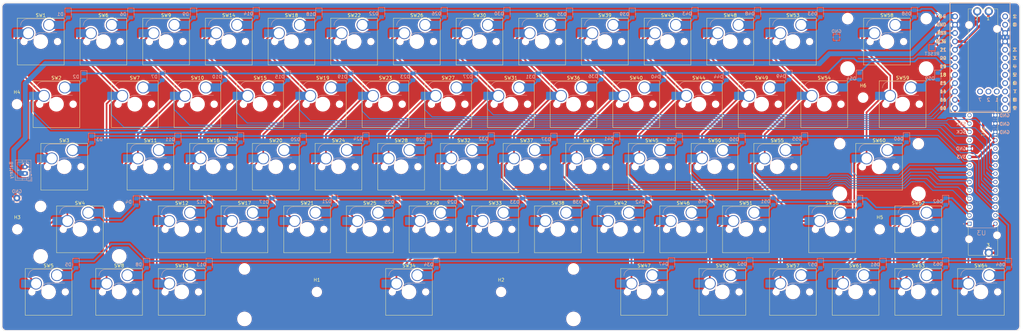
<source format=kicad_pcb>
(kicad_pcb (version 20241229) (generator "pcbnew") (generator_version "9.0")
  (title_block (title "DIY Bluetooth Mechanical Keyboard") (company "Rainier P.S."))
  (layers (0 "F.Cu" signal) (2 "B.Cu" signal) (13 "F.Paste" user) (15 "B.Paste" user) (5 "F.SilkS" user "F.Silkscreen") (7 "B.SilkS" user "B.Silkscreen") (1 "F.Mask" user) (3 "B.Mask" user) (25 "Edge.Cuts" user))
  (net 0 "")
  (net 1 "Net-(D1-A)")
  (net 2 "ROW1")
  (net 3 "ROW2")
  (net 4 "Net-(D2-A)")
  (net 5 "Net-(D3-A)")
  (net 6 "ROW3")
  (net 7 "Net-(D4-A)")
  (net 8 "ROW4")
  (net 9 "Net-(D5-A)")
  (net 10 "ROW5")
  (net 11 "Net-(D6-A)")
  (net 12 "Net-(D7-A)")
  (net 13 "Net-(D8-A)")
  (net 14 "Net-(D9-A)")
  (net 15 "Net-(D10-A)")
  (net 16 "Net-(D11-A)")
  (net 17 "Net-(D12-A)")
  (net 18 "Net-(D13-A)")
  (net 19 "Net-(D14-A)")
  (net 20 "Net-(D15-A)")
  (net 21 "Net-(D16-A)")
  (net 22 "Net-(D17-A)")
  (net 23 "Net-(D18-A)")
  (net 24 "Net-(D19-A)")
  (net 25 "Net-(D20-A)")
  (net 26 "Net-(D21-A)")
  (net 27 "Net-(D22-A)")
  (net 28 "Net-(D23-A)")
  (net 29 "Net-(D24-A)")
  (net 30 "Net-(D25-A)")
  (net 31 "Net-(D26-A)")
  (net 32 "Net-(D27-A)")
  (net 33 "Net-(D28-A)")
  (net 34 "Net-(D29-A)")
  (net 35 "Net-(D30-A)")
  (net 36 "Net-(D31-A)")
  (net 37 "Net-(D32-A)")
  (net 38 "Net-(D33-A)")
  (net 39 "Net-(D34-A)")
  (net 40 "Net-(D35-A)")
  (net 41 "Net-(D36-A)")
  (net 42 "Net-(D37-A)")
  (net 43 "Net-(D38-A)")
  (net 44 "Net-(D39-A)")
  (net 45 "Net-(D40-A)")
  (net 46 "Net-(D41-A)")
  (net 47 "Net-(D42-A)")
  (net 48 "Net-(D43-A)")
  (net 49 "Net-(D44-A)")
  (net 50 "Net-(D45-A)")
  (net 51 "Net-(D46-A)")
  (net 52 "Net-(D47-A)")
  (net 53 "Net-(D48-A)")
  (net 54 "Net-(D49-A)")
  (net 55 "Net-(D50-A)")
  (net 56 "Net-(D51-A)")
  (net 57 "Net-(D52-A)")
  (net 58 "Net-(D53-A)")
  (net 59 "Net-(D54-A)")
  (net 60 "Net-(D55-A)")
  (net 61 "Net-(D56-A)")
  (net 62 "Net-(D57-A)")
  (net 63 "Net-(D58-A)")
  (net 64 "Net-(D59-A)")
  (net 65 "Net-(D60-A)")
  (net 66 "Net-(D61-A)")
  (net 67 "Net-(D62-A)")
  (net 68 "Net-(D63-A)")
  (net 69 "3V3")
  (net 70 "COL1")
  (net 71 "COL2")
  (net 72 "COL3")
  (net 73 "COL4")
  (net 74 "COL5")
  (net 75 "COL6")
  (net 76 "COL7")
  (net 77 "COL8")
  (net 78 "COL9")
  (net 79 "COL10")
  (net 80 "COL11")
  (net 81 "COL12")
  (net 82 "COL13")
  (net 83 "COL14")
  (net 84 "COL15")
  (net 85 "COL16")
  (net 86 "GND")
  (net 87 "POT")
  (net 88 "Net-(D64-A)")
  (net 89 "BAT")
  (net 93 "/SCK")
  (net 94 "unconnected-(U1-0-Pad2)")
  (net 95 "/SDA")
  (net 109 "/RST")
  (footprint "ScottoKeebs_Hotswap:Hotswap_MX_Plated_1.00u" (layer "F.Cu") (at 105.4608 178.4096)
    (property "Reference" "SW13")
    (property "Value" "SW_Push_45deg")
  )
  (footprint "ScottoKeebs_Hotswap:Hotswap_MX_Plated_1.00u" (layer "F.Cu") (at 219.7608 159.3596)
    (property "Reference" "SW38")
    (property "Value" "SW_Push_45deg")
  )
  (footprint "ScottoKeebs_Hotswap:Hotswap_MX_Plated_1.00u" (layer "F.Cu") (at 148.3233 121.2596)
    (property "Reference" "SW19")
    (property "Value" "SW_Push_45deg")
  )
  (footprint "ScottoKeebs_Hotswap:Hotswap_MX_Plated_1.00u" (layer "F.Cu") (at 281.6733 121.2596)
    (property "Reference" "SW49")
    (property "Value" "SW_Push_45deg")
  )
  (footprint "ScottoKeebs_Stabilizer:Stabilizer_MX_2.00u" (layer "F.Cu") (at 317.39205 140.3096)
    (property "Reference" "SW65" (hide yes))
    (property "Value" "Switch")
  )
  (footprint "ScottoKeebs_Hotswap:Hotswap_MX_Plated_1.00u" (layer "F.Cu") (at 224.5233 121.2596)
    (property "Reference" "SW36")
    (property "Value" "SW_Push_45deg")
  )
  (footprint "ScottoKeebs_Hotswap:Hotswap_MX_Plated_2.00u" (layer "F.Cu") (at 319.7733 102.2096)
    (property "Reference" "SW58")
    (property "Value" "SW_Push_45deg")
  )
  (footprint "ScottoKeebs_Hotswap:Hotswap_MX_Plated_1.00u" (layer "F.Cu") (at 243.5733 121.2596)
    (property "Reference" "SW40")
    (property "Value" "SW_Push_45deg")
  )
  (footprint "ScottoKeebs_Hotswap:Hotswap_MX_Plated_1.00u" (layer "F.Cu") (at 110.2233 121.2596)
    (property "Reference" "SW10")
    (property "Value" "SW_Push_45deg")
  )
  (footprint "ScottoKeebs_Stabilizer:Stabilizer_MX_2.00u" (layer "F.Cu") (at 319.7733 102.2096)
    (property "Reference" "SW66" (hide yes))
    (property "Value" "Switch")
  )
  (footprint "ScottoKeebs_Hotswap:Hotswap_MX_Plated_1.50u" (layer "F.Cu") (at 67.3608 121.2596)
    (property "Reference" "SW2")
    (property "Value" "SW_Push_45deg")
  )
  (footprint "ScottoKeebs_Hotswap:Hotswap_MX_Plated_1.00u" (layer "F.Cu") (at 186.4233 121.2596)
    (property "Reference" "SW27")
    (property "Value" "SW_Push_45deg")
  )
  (footprint "ScottoKeebs_Miscellaneous:Sliding_Pot" (layer "F.Cu") (at 348.97955 129.75335)
    (property "Reference" "RV1")
    (property "Value" "R_Potentiometer")
  )
  (footprint "ScottoKeebs_Hotswap:Hotswap_MX_Plated_1.00u" (layer "F.Cu") (at 143.5608 159.3596)
    (property "Reference" "SW21")
    (property "Value" "SW_Push_45deg")
  )
  (footprint "ScottoKeebs_Hotswap:Hotswap_MX_Plated_2.25u" (layer "F.Cu") (at 317.39205 140.3096)
    (property "Reference" "SW60")
    (property "Value" "SW_Push_45deg")
  )
  (footprint "MountingHole:MountingHole_2.7mm_M2.5" (layer "F.Cu") (at 317.60455 159.3596)
    (property "Reference" "H5")
    (property "Value" "MountingHole")
  )
  (footprint "ScottoKeebs_Hotswap:Hotswap_MX_Plated_1.00u" (layer "F.Cu") (at 191.1858 140.3096)
    (property "Reference" "SW32")
    (property "Value" "SW_Push_45deg")
  )
  (footprint "ScottoKeebs_Hotswap:Hotswap_MX_Plated_1.00u" (layer "F.Cu") (at 310.2483 178.4096)
    (property "Reference" "SW61")
    (property "Value" "SW_Push_45deg")
  )
  (footprint "ScottoKeebs_Hotswap:Hotswap_MX_Plated_1.00u" (layer "F.Cu") (at 124.5108 159.3596)
    (property "Reference" "SW17")
    (property "Value" "SW_Push_45deg")
  )
  (footprint "ScottoKeebs_Hotswap:Hotswap_MX_Plated_1.25u" (layer "F.Cu") (at 64.97955 178.4096)
    (property "Reference" "SW5")
    (property "Value" "SW_Push_45deg")
  )
  (footprint "ScottoKeebs_Hotswap:Hotswap_MX_Plated_1.00u" (layer "F.Cu") (at 105.4608 159.3596)
    (property "Reference" "SW12")
    (property "Value" "SW_Push_45deg")
  )
  (footprint "ScottoKeebs_Hotswap:Hotswap_MX_Plated_1.00u" (layer "F.Cu") (at 91.1733 121.2596)
    (property "Reference" "SW7")
    (property "Value" "SW_Push_45deg")
  )
  (footprint "ScottoKeebs_Hotswap:Hotswap_MX_Plated_1.75u" (layer "F.Cu") (at 303.10455 159.3596)
    (property "Reference" "SW56")
    (property "Value" "SW_Push_45deg")
  )
  (footprint "ScottoKeebs_Hotswap:Hotswap_MX_Plated_2.25u" (layer "F.Cu") (at 74.50455 159.3596)
    (property "Reference" "SW4")
    (property "Value" "SW_Push_45deg")
  )
  (footprint "ScottoKeebs_Hotswap:Hotswap_MX_Plated_1.00u" (layer "F.Cu") (at 81.6483 102.2096)
    (property "Reference" "SW6")
    (property "Value" "SW_Push_45deg")
  )
  (footprint "ScottoKeebs_Hotswap:Hotswap_MX_Plated_1.00u" (layer "F.Cu") (at 214.9983 102.2096)
    (property "Reference" "SW35")
    (property "Value" "SW_Push_45deg")
  )
  (footprint "ScottoKeebs_Hotswap:Hotswap_MX_Plated_1.00u" (layer "F.Cu") (at 253.0983 102.2096)
    (property "Reference" "SW43")
    (property "Value" "SW_Push_45deg")
  )
  (footprint "ScottoKeebs_Hotswap:Hotswap_MX_Plated_1.00u" (layer "F.Cu") (at 291.1983 102.2096)
    (property "Reference" "SW53")
    (property "Value" "SW_Push_45deg")
  )
  (footprint "ScottoKeebs_Hotswap:Hotswap_MX_Plated_1.00u" (layer "F.Cu") (at 257.8608 159.3596)
    (property "Reference" "SW46")
    (property "Value" "SW_Push_45deg")
  )
  (footprint "ScottoKeebs_Hotswap:Hotswap_MX_Plated_1.00u" (layer "F.Cu") (at 138.7983 102.2096)
    (property "Reference" "SW18")
    (property "Value" "SW_Push_45deg")
  )
  (footprint "MountingHole:MountingHole_2.7mm_M2.5" (layer "F.Cu") (at 55.3608 121.2596)
    (property "Reference" "H4")
    (property "Value" "MountingHole")
  )
  (footprint "ScottoKeebs_Hotswap:Hotswap_MX_Plated_1.25u" (layer "F.Cu") (at 245.95455 178.4096)
    (property "Reference" "SW47")
    (property "Value" "SW_Push_45deg")
  )
  (footprint "ScottoKeebs_Hotswap:Hotswap_MX_Plated_1.00u" (layer "F.Cu") (at 119.7483 102.2096)
    (property "Reference" "SW14")
    (property "Value" "SW_Push_45deg")
  )
  (footprint "ScottoKeebs_Hotswap:Hotswap_MX_Plated_1.00u" (layer "F.Cu") (at 167.3733 121.2596)
    (property "Reference" "SW23")
    (property "Value" "SW_Push_45deg")
  )
  (footprint "ScottoKeebs_Hotswap:Hotswap_MX_Plated_1.00u" (layer "F.Cu") (at 153.0858 140.3096)
    (property "Reference" "SW24")
    (property "Value" "SW_Push_45deg")
  )
  (footprint "ScottoKeebs_Hotswap:Hotswap_MX_Plated_1.00u" (layer "F.Cu") (at 157.8483 102.2096)
    (property "Reference" "SW22")
    (property "Value" "SW_Push_45deg")
  )
  (footprint "MountingHole:MountingHole_2.7mm_M2.5" (layer "F.Cu") (at 55.45455 159.3596)
    (property "Reference" "H3")
    (property "Value" "MountingHole")
  )
  (footprint "ScottoKeebs_Hotswap:Hotswap_MX_Plated_1.00u" (layer "F.Cu") (at 267.3858 140.3096)
    (property "Reference" "SW50")
    (property "Value" "SW_Push_45deg")
  )
  (footprint "ScottoKeebs_Hotswap:Hotswap_MX_Plated_1.00u" (layer "F.Cu") (at 262.6233 121.2596)
    (property "Reference" "SW44")
    (property "Value" "SW_Push_45deg")
  )
  (footprint "ScottoKeebs_Hotswap:Hotswap_MX_Plated_1.00u" (layer "F.Cu") (at 329.2983 159.3596)
    (property "Reference" "SW62")
    (property "Value" "SW_Push_45deg")
  )
  (footprint "ScottoKeebs_Hotswap:Hotswap_MX_Plated_1.00u" (layer "F.Cu") (at 210.2358 140.3096)
    (property "Reference" "SW37")
    (property "Value" "SW_Push_45deg")
  )
  (footprint "ScottoKeebs_Hotswap:Hotswap_MX_Plated_1.25u" (layer "F.Cu") (at 269.76705 178.4096)
    (property "Reference" "SW52")
    (property "Value" "SW_Push_45deg")
  )
  (footprint "ScottoKeebs_Hotswap:Hotswap_MX_Plated_1.00u" (layer "F.Cu") (at 134.0358 140.3096)
    (property "Reference" "SW20")
    (property "Value" "SW_Push_45deg")
  )
  (footprint "ScottoKeebs_Hotswap:Hotswap_MX_Plated_1.00u" (layer "F.Cu") (at 300.7233 121.2596)
    (property "Reference" "SW54")
    (property "Value" "SW_Push_45deg")
  )
  (footprint "ScottoKeebs_Hotswap:Hotswap_MX_Plated_1.00u" (layer "F.Cu") (at 176.8983 102.2096)
    (property "Reference" "SW26")
    (property "Value" "SW_Push_45deg")
  )
  (footprint "ScottoKeebs_Hotswap:Hotswap_MX_Plated_1.00u" (layer "F.Cu") (at 286.4358 140.3096)
    (property "Reference" "SW55")
    (property "Value" "SW_Push_45deg")
  )
  (footprint "ScottoKeebs_Stabilizer:Stabilizer_MX_2.00u" (layer "F.Cu") (at 74.50455 159.3596)
    (property "Reference" "SW67" (hide yes))
    (property "Value" "Switch")
  )
  (footprint "ScottoKeebs_Stabilizer:Stabilizer_MX_6.25u" (layer "F.Cu") (at 174.51705 178.4096)
    (property "Reference" "SW68" (hide yes))
    (property "Value" "Switch")
  )
  (footprint "ScottoKeebs_Hotswap:Hotswap_MX_Plated_1.00u" (layer "F.Cu") (at 229.2858 140.3096)
    (property "Reference" "SW41")
    (property "Value" "SW_Push_45deg")
  )
  (footprint "ScottoKeebs_Hotswap:Hotswap_MX_Plated_1.00u" (layer "F.Cu") (at 248.3358 140.3096)
    (property "Reference" "SW45")
    (property "Value" "SW_Push_45deg")
  )
  (footprint "ScottoKeebs_Hotswap:Hotswap_MX_Plated_1.00u" (layer "F.Cu") (at 195.9483 102.2096)
    (property "Reference" "SW30")
    (property "Value" "SW_Push_45deg")
  )
  (footprint "ScottoKeebs_Hotswap:Hotswap_MX_Plated_1.00u" (layer "F.Cu") (at 172.1358 140.3096)
    (property "Reference" "SW28")
    (property "Value" "SW_Push_45deg")
  )
  (footprint "MountingHole:MountingHole_2.7mm_M2.5" (layer "F.Cu") (at 202.51705 178.4096)
    (property "Reference" "H2")
    (property "Value" "MountingHole")
  )
  (footprint "ScottoKeebs_Hotswap:Hotswap_MX_Plated_1.00u" (layer "F.Cu") (at 129.2733 121.2596)
    (property "Reference" "SW15")
    (property "Value" "SW_Push_45deg")
  )
  (footprint "ScottoKeebs_Hotswap:Hotswap_MX_Plated_1.00u" (layer "F.Cu") (at 348.3483 178.4096)
    (property "Reference" "SW64")
    (property "Value" "SW_Push_45deg")
  )
  (footprint "ScottoKeebs_Hotswap:Hotswap_MX_Plated_1.00u" (layer "F.Cu") (at 205.4733 121.2596)
    (property "Reference" "SW31")
    (property "Value" "SW_Push_45deg")
  )
  (footprint "ScottoKeebs_Hotswap:Hotswap_MX_Plated_1.00u" (layer "F.Cu") (at 114.9858 140.3096)
    (property "Reference" "SW16")
    (property "Value" "SW_Push_45deg")
  )
  (footprint "ScottoKeebs_Hotswap:Hotswap_MX_Plated_1.75u" (layer "F.Cu") (at 69.74205 140.3096)
    (property "Reference" "SW3")
    (property "Value" "SW_Push_45deg")
  )
  (footprint "ScottoKeebs_Hotswap:Hotswap_MX_Plated_1.00u" (layer "F.Cu") (at 200.7108 159.3596)
    (property "Reference" "SW33")
    (property "Value" "SW_Push_45deg")
  )
  (footprint "ScottoKeebs_Hotswap:Hotswap_MX_Plated_1.50u" (layer "F.Cu") (at 324.5358 121.2596)
    (property "Reference" "SW59")
    (property "Value" "SW_Push_45deg")
  )
  (footprint "ScottoKeebs_Hotswap:Hotswap_MX_Plated_1.00u" (layer "F.Cu") (at 329.2983 178.4096)
    (property "Reference" "SW63")
    (property "Value" "SW_Push_45deg")
  )
  (footprint "ScottoKeebs_Hotswap:Hotswap_MX_Plated_6.25u" (layer "F.Cu") (at 174.51705 178.4096)
    (property "Reference" "SW34")
    (property "Value" "SW_Push_45deg")
  )
  (footprint "ScottoKeebs_Hotswap:Hotswap_MX_Plated_1.00u" (layer "F.Cu") (at 95.9358 140.3096)
    (property "Reference" "SW11")
    (property "Value" "SW_Push_45deg")
  )
  (footprint "ScottoKeebs_Hotswap:Hotswap_MX_Plated_1.00u" (layer "F.Cu") (at 100.6983 102.2096)
    (property "Reference" "SW9")
    (property "Value" "SW_Push_45deg")
  )
  (footprint "ScottoKeebs_Hotswap:Hotswap_MX_Plated_1.00u" (layer "F.Cu") (at 238.8108 159.3596)
    (property "Reference" "SW42")
    (property "Value" "SW_Push_45deg")
  )
  (footprint "ScottoKeebs_Hotswap:Hotswap_MX_Plated_1.00u" (layer "F.Cu") (at 276.9108 159.3596)
    (property "Reference" "SW51")
    (property "Value" "SW_Push_45deg")
  )
  (footprint "ScottoKeebs_Hotswap:Hotswap_MX_Plated_1.00u" (layer "F.Cu") (at 86.4108 178.4096)
    (property "Reference" "SW8")
    (property "Value" "SW_Push_45deg")
  )
  (footprint "MountingHole:MountingHole_2.7mm_M2.5" (layer "F.Cu") (at 146.51705 178.4096)
    (property "Reference" "H1")
    (property "Value" "MountingHole")
  )
  (footprint "ScottoKeebs_Hotswap:Hotswap_MX_Plated_1.00u" (layer "F.Cu") (at 234.0483 102.2096)
    (property "Reference" "SW39")
    (property "Value" "SW_Push_45deg")
  )
  (footprint "ScottoKeebs_Hotswap:Hotswap_MX_Plated_1.00u" (layer "F.Cu") (at 272.1483 102.2096)
    (property "Reference" "SW48")
    (property "Value" "SW_Push_45deg")
  )
  (footprint "ScottoKeebs_Hotswap:Hotswap_MX_Plated_1.00u" (layer "F.Cu") (at 291.1983 178.4096)
    (property "Reference" "SW57")
    (property "Value" "SW_Push_45deg")
  )
  (footprint "ScottoKeebs_Hotswap:Hotswap_MX_Plated_1.00u" (layer "F.Cu") (at 181.6608 159.3596)
    (property "Reference" "SW29")
    (property "Value" "SW_Push_45deg")
  )
  (footprint "ScottoKeebs_Hotswap:Hotswap_MX_Plated_1.00u" (layer "F.Cu") (at 162.6108 159.3596)
    (property "Reference" "SW25")
    (property "Value" "SW_Push_45deg")
  )
  (footprint "MountingHole:MountingHole_2.7mm_M2.5" (layer "F.Cu") (at 312.5358 119.2596)
    (property "Reference" "H6")
    (property "Value" "MountingHole")
  )
  (footprint "ScottoKeebs_Hotswap:Hotswap_MX_Plated_1.00u" (layer "F.Cu") (at 62.5983 102.2096)
    (property "Reference" "SW1")
    (property "Value" "SW_Push_45deg")
  )
  (footprint "Diode_SMD:D_0805_2012Metric_Pad1.15x1.40mm_HandSolder" (layer "B.Cu") (at 299.532675 170.075225 -90)
    (property "Reference" "D57")
    (property "Value" "Diode")
  )
  (footprint "Diode_SMD:D_0805_2012Metric_Pad1.15x1.40mm_HandSolder" (layer "B.Cu") (at 337.632675 150.8596 -90)
    (property "Reference" "D62")
    (property "Value" "Diode")
  )
  (footprint "Diode_SMD:D_0805_2012Metric_Pad1.15x1.40mm_HandSolder" (layer "B.Cu") (at 325.726425 131.8096 -90)
    (property "Reference" "D60")
    (property "Value" "Diode")
  )
  (footprint "Diode_SMD:D_0805_2012Metric_Pad1.15x1.40mm_HandSolder" (layer "B.Cu") (at 209.045175 151.025225 -90)
    (property "Reference" "D33")
    (property "Value" "Diode")
  )
  (footprint "Diode_SMD:D_0805_2012Metric_Pad1.15x1.40mm_HandSolder" (layer "B.Cu") (at 75.695175 112.925225 -90)
    (property "Reference" "D2")
    (property "Value" "Diode")
  )
  (footprint "Diode_SMD:D_0805_2012Metric_Pad1.15x1.40mm_HandSolder" (layer "B.Cu") (at 261.432675 93.7096 -90)
    (property "Reference" "D43")
    (property "Value" "Diode")
  )
  (footprint "Diode_SMD:D_0805_2012Metric_Pad1.15x1.40mm_HandSolder" (layer "B.Cu") (at 337.632675 169.9096 -90)
    (property "Reference" "D63")
    (property "Value" "Diode")
  )
  (footprint "Diode_SMD:D_0805_2012Metric_Pad1.15x1.40mm_HandSolder" (layer "B.Cu") (at 185.232675 93.7096 -90)
    (property "Reference" "D26")
    (property "Value" "Diode")
  )
  (footprint "Diode_SMD:D_0805_2012Metric_Pad1.15x1.40mm_HandSolder" (layer "B.Cu") (at 132.845175 151.025225 -90)
    (property "Reference" "D17")
    (property "Value" "Diode")
  )
  (footprint "TestPoint:TestPoint_Pad_1.5x1.5mm" (layer "B.Cu") (at 333.5 104.05 180)
    (property "Reference" "RESET")
    (property "Value" "RST")
  )
  (footprint "Diode_SMD:D_0805_2012Metric_Pad1.15x1.40mm_HandSolder" (layer "B.Cu") (at 278.101425 169.9096 -90)
    (property "Reference" "D52")
    (property "Value" "Diode")
  )
  (footprint "Diode_SMD:D_0805_2012Metric_Pad1.15x1.40mm_HandSolder" (layer "B.Cu") (at 232.857675 112.7596 -90)
    (property "Reference" "D36")
    (property "Value" "Diode")
  )
  (footprint "Diode_SMD:D_0805_2012Metric_Pad1.15x1.40mm_HandSolder" (layer "B.Cu") (at 204.282675 93.7096 -90)
    (property "Reference" "D30")
    (property "Value" "Diode")
  )
  (footprint "Diode_SMD:D_0805_2012Metric_Pad1.15x1.40mm_HandSolder" (layer "B.Cu") (at 335.251425 112.7596 -90)
    (property "Reference" "D59")
    (property "Value" "Diode")
  )
  (footprint "Diode_SMD:D_0805_2012Metric_Pad1.15x1.40mm_HandSolder" (layer "B.Cu") (at 311.438925 112.7596 -90)
    (property "Reference" "D54")
    (property "Value" "Diode")
  )
  (footprint "Footprints:DIP787W45P254L3556H508Q28" (layer "B.Cu") (at 348.815 141.14)
    (property "Reference" "U3")
    (property "Value" "MCP23017-E_SP")
  )
  (footprint "Diode_SMD:D_0805_2012Metric_Pad1.15x1.40mm_HandSolder" (layer "B.Cu") (at 113.795175 170.075225 -90)
    (property "Reference" "D13")
    (property "Value" "Diode")
  )
  (footprint "Diode_SMD:D_0805_2012Metric_Pad1.15x1.40mm_HandSolder" (layer "B.Cu") (at 237.620175 131.8096 -90)
    (property "Reference" "D41")
    (property "Value" "Diode")
  )
  (footprint "Diode_SMD:D_0805_2012Metric_Pad1.15x1.40mm_HandSolder" (layer "B.Cu") (at 99.507675 112.925225 -90)
    (property "Reference" "D7")
    (property "Value" "Diode")
  )
  (footprint "Diode_SMD:D_0805_2012Metric_Pad1.15x1.40mm_HandSolder" (layer "B.Cu") (at 218.570175 131.975225 -90)
    (property "Reference" "D37")
    (property "Value" "Diode")
  )
  (footprint "Diode_SMD:D_0805_2012Metric_Pad1.15x1.40mm_HandSolder" (layer "B.Cu") (at 91.66225 151.02205 -90)
    (property "Reference" "D4")
    (property "Value" "Diode")
  )
  (footprint "TestPoint:TestPoint_THTPad_D2.0mm_Drill1.0mm" (layer "B.Cu") (at 55.35 149.85 180)
    (property "Reference" "GND")
    (property "Value" "GND")
  )
  (footprint "Diode_SMD:D_0805_2012Metric_Pad1.15x1.40mm_HandSolder" (layer "B.Cu") (at 180.470175 131.975225 -90)
    (property "Reference" "D28")
    (property "Value" "Diode")
  )
  (footprint "Diode_SMD:D_0805_2012Metric_Pad1.15x1.40mm_HandSolder" (layer "B.Cu") (at 194.757675 112.925225 -90)
    (property "Reference" "D27")
    (property "Value" "Diode")
  )
  (footprint "Diode_SMD:D_0805_2012Metric_Pad1.15x1.40mm_HandSolder" (layer "B.Cu") (at 299.532675 93.7096 -90)
    (property "Reference" "D53")
    (property "Value" "Diode")
  )
  (footprint "Diode_SMD:D_0805_2012Metric_Pad1.15x1.40mm_HandSolder" (layer "B.Cu") (at 247.145175 151.025225 -90)
    (property "Reference" "D42")
    (property "Value" "Diode")
  )
  (footprint "Diode_SMD:D_0805_2012Metric_Pad1.15x1.40mm_HandSolder" (layer "B.Cu") (at 123.320175 131.8096 -90)
    (property "Reference" "D16")
    (property "Value" "Diode")
  )
  (footprint "Diode_SMD:D_0805_2012Metric_Pad1.15x1.40mm_HandSolder" (layer "B.Cu") (at 142.370175 131.975225 -90)
    (property "Reference" "D20")
    (property "Value" "Diode")
  )
  (footprint "Diode_SMD:D_0805_2012Metric_Pad1.15x1.40mm_HandSolder" (layer "B.Cu") (at 94.745175 170.075225 -90)
    (property "Reference" "D8")
    (property "Value" "Diode")
  )
  (footprint "Diode_SMD:D_0805_2012Metric_Pad1.15x1.40mm_HandSolder" (layer "B.Cu") (at 280.482675 93.7096 -90)
    (property "Reference" "D48")
    (property "Value" "Diode")
  )
  (footprint "ScottoKeebs_MCU:Nice_Nano_V2" (layer "B.Cu") (at 348.08705 108.23085 180)
    (property "Reference" "U1" (hide yes))
    (property "Value" "Nice_Nano_V2" (hide yes))
  )
  (footprint "Diode_SMD:D_0805_2012Metric_Pad1.15x1.40mm_HandSolder" (layer "B.Cu") (at 266.195175 150.8596 -90)
    (property "Reference" "D46")
    (property "Value" "Diode")
  )
  (footprint "Diode_SMD:D_0805_2012Metric_Pad1.15x1.40mm_HandSolder" (layer "B.Cu") (at 328.107675 93.7096 -90)
    (property "Reference" "D58")
    (property "Value" "Diode")
  )
  (footprint "Diode_SMD:D_0805_2012Metric_Pad1.15x1.40mm_HandSolder" (layer "B.Cu") (at 290.007675 112.7596 -90)
    (property "Reference" "D49")
    (property "Value" "Diode")
  )
  (footprint "Diode_SMD:D_0805_2012Metric_Pad1.15x1.40mm_HandSolder" (layer "B.Cu") (at 356.682675 170.075225 -90)
    (property "Reference" "D64")
    (property "Value" "Diode")
  )
  (footprint "Diode_SMD:D_0805_2012Metric_Pad1.15x1.40mm_HandSolder" (layer "B.Cu") (at 275.720175 131.975225 -90)
    (property "Reference" "D50")
    (property "Value" "Diode")
  )
  (footprint "Diode_SMD:D_0805_2012Metric_Pad1.15x1.40mm_HandSolder" (layer "B.Cu") (at 311.438925 150.8596 -90)
    (property "Reference" "D56")
    (property "Value" "Diode")
  )
  (footprint "Diode_SMD:D_0805_2012Metric_Pad1.15x1.40mm_HandSolder" (layer "B.Cu") (at 251.907675 112.925225 -90)
    (property "Reference" "D40")
    (property "Value" "Diode")
  )
  (footprint "Diode_SMD:D_0805_2012Metric_Pad1.15x1.40mm_HandSolder" (layer "B.Cu") (at 109.032675 93.875225 -90)
    (property "Reference" "D9")
    (property "Value" "Diode")
  )
  (footprint "Diode_SMD:D_0805_2012Metric_Pad1.15x1.40mm_HandSolder" (layer "B.Cu") (at 118.557675 112.925225 -90)
    (property "Reference" "D10")
    (property "Value" "Diode")
  )
  (footprint "Diode_SMD:D_0805_2012Metric_Pad1.15x1.40mm_HandSolder" (layer "B.Cu") (at 70.932675 93.875225 -90)
    (property "Reference" "D1")
    (property "Value" "Diode")
  )
  (footprint "Diode_SMD:D_0805_2012Metric_Pad1.15x1.40mm_HandSolder" (layer "B.Cu") (at 182.851425 170.075225 -90)
    (property "Reference" "D34")
    (property "Value" "Diode")
  )
  (footprint "Diode_SMD:D_0805_2012Metric_Pad1.15x1.40mm_HandSolder" (layer "B.Cu") (at 166.182675 93.7096 -90)
    (property "Reference" "D22")
    (property "Value" "Diode")
  )
  (footprint "Diode_SMD:D_0805_2012Metric_Pad1.15x1.40mm_HandSolder" (layer "B.Cu") (at 151.895175 150.8596 -90)
    (property "Reference" "D21")
    (property "Value" "Diode")
  )
  (footprint "TestPoint:TestPoint_Pad_1.5x1.5mm" (layer "B.Cu") (at 304.45 100.9 180)
    (property "Reference" "GND")
    (property "Value" "GND")
  )
  (footprint "Diode_SMD:D_0805_2012Metric_Pad1.15x1.40mm_HandSolder" (layer "B.Cu") (at 113.795175 151.025225 -90)
    (property "Reference" "D12")
    (property "Value" "Diode")
  )
  (footprint "Diode_SMD:D_0805_2012Metric_Pad1.15x1.40mm_HandSolder" (layer "B.Cu") (at 175.707675 112.925225 -90)
    (property "Reference" "D23")
    (property "Value" "Diode")
  )
  (footprint "Diode_SMD:D_0805_2012Metric_Pad1.15x1.40mm_HandSolder" (layer "B.Cu") (at 137.607675 112.925225 -90)
    (property "Reference" "D15")
    (property "Value" "Diode")
  )
  (footprint "Diode_SMD:D_0805_2012Metric_Pad1.15x1.40mm_HandSolder" (layer "B.Cu") (at 128.082675 93.7096 -90)
    (property "Reference" "D14")
    (property "Value" "Diode")
  )
  (footprint "Diode_SMD:D_0805_2012Metric_Pad1.15x1.40mm_HandSolder" (layer "B.Cu") (at 285.245175 150.8596 -90)
    (property "Reference" "D51")
    (property "Value" "Diode")
  )
  (footprint "Diode_SMD:D_0805_2012Metric_Pad1.15x1.40mm_HandSolder" (layer "B.Cu") (at 213.807675 112.925225 -90)
    (property "Reference" "D31")
    (property "Value" "Diode")
  )
  (footprint "Diode_SMD:D_0805_2012Metric_Pad1.15x1.40mm_HandSolder" (layer "B.Cu") (at 256.670175 131.975225 -90)
    (property "Reference" "D45")
    (property "Value" "Diode")
  )
  (footprint "Diode_SMD:D_0805_2012Metric_Pad1.15x1.40mm_HandSolder" (layer "B.Cu") (at 78.076425 131.975225 -90)
    (property "Reference" "D3")
    (property "Value" "Diode")
  )
  (footprint "Diode_SMD:D_0805_2012Metric_Pad1.15x1.40mm_HandSolder" (layer "B.Cu") (at 89.982675 93.875225 -90)
    (property "Reference" "D6")
    (property "Value" "Diode")
  )
  (footprint "Diode_SMD:D_0805_2012Metric_Pad1.15x1.40mm_HandSolder" (layer "B.Cu") (at 254.288925 169.9096 -90)
    (property "Reference" "D47")
    (property "Value" "Diode")
  )
  (footprint "Diode_SMD:D_0805_2012Metric_Pad1.15x1.40mm_HandSolder" (layer "B.Cu") (at 228.095175 151.025225 -90)
    (property "Reference" "D38")
    (property "Value" "Diode")
  )
  (footprint "Diode_SMD:D_0805_2012Metric_Pad1.15x1.40mm_HandSolder" (layer "B.Cu") (at 223.332675 93.875225 -90)
    (property "Reference" "D35")
    (property "Value" "Diode")
  )
  (footprint "Diode_SMD:D_0805_2012Metric_Pad1.15x1.40mm_HandSolder" (layer "B.Cu") (at 104.270175 131.975225 -90)
    (property "Reference" "D11")
    (property "Value" "Diode")
  )
  (footprint "Diode_SMD:D_0805_2012Metric_Pad1.15x1.40mm_HandSolder" (layer "B.Cu") (at 189.995175 151.025225 -90)
    (property "Reference" "D29")
    (property "Value" "Diode")
  )
  (footprint "Diode_SMD:D_0805_2012Metric_Pad1.15x1.40mm_HandSolder" (layer "B.Cu") (at 161.420175 131.8096 -90)
    (property "Reference" "D24")
    (property "Value" "Diode")
  )
  (footprint "Diode_SMD:D_0805_2012Metric_Pad1.15x1.40mm_HandSolder" (layer "B.Cu") (at 318.582675 170.075225 -90)
    (property "Reference" "D61")
    (property "Value" "Diode")
  )
  (footprint "Connector_JST:JST_PH_B2B-PH-K_1x02_P2.00mm_Vertical" (layer "B.Cu") (at 57.8 142.35 90)
    (property "Reference" "Battery")
    (property "Value" "Battery")
  )
  (footprint "Diode_SMD:D_0805_2012Metric_Pad1.15x1.40mm_HandSolder" (layer "B.Cu") (at 242.382675 93.875225 -90)
    (property "Reference" "D39")
    (property "Value" "Diode")
  )
  (footprint "Diode_SMD:D_0805_2012Metric_Pad1.15x1.40mm_HandSolder" (layer "B.Cu") (at 73.313925 170.075225 -90)
    (property "Reference" "D5")
    (property "Value" "Diode")
  )
  (footprint "Diode_SMD:D_0805_2012Metric_Pad1.15x1.40mm_HandSolder" (layer "B.Cu") (at 170.945175 151.025225 -90)
    (property "Reference" "D25")
    (property "Value" "Diode")
  )
  (footprint "Diode_SMD:D_0805_2012Metric_Pad1.15x1.40mm_HandSolder" (layer "B.Cu") (at 147.132675 93.875225 -90)
    (property "Reference" "D18")
    (property "Value" "Diode")
  )
  (footprint "Diode_SMD:D_0805_2012Metric_Pad1.15x1.40mm_HandSolder" (layer "B.Cu") (at 199.520175 131.8096 -90)
    (property "Reference" "D32")
    (property "Value" "Diode")
  )
  (footprint "Diode_SMD:D_0805_2012Metric_Pad1.15x1.40mm_HandSolder" (layer "B.Cu") (at 294.770175 131.8096 -90)
    (property "Reference" "D55")
    (property "Value" "Diode")
  )
  (footprint "Diode_SMD:D_0805_2012Metric_Pad1.15x1.40mm_HandSolder" (layer "B.Cu") (at 156.657675 112.925225 -90)
    (property "Reference" "D19")
    (property "Value" "Diode")
  )
  (footprint "Diode_SMD:D_0805_2012Metric_Pad1.15x1.40mm_HandSolder" (layer "B.Cu") (at 270.957675 112.925225 -90)
    (property "Reference" "D44")
    (property "Value" "Diode")
  )
  (gr_line (start 358.75455 190.31585) (end 52.19205 190.31585) (stroke (width 0.1)) (layer "Edge.Cuts"))
  (gr_arc (start 50.69205 91.80335) (mid 51.131404 90.742704) (end 52.19205 90.30335) (stroke (width 0.1)) (layer "Edge.Cuts"))
  (gr_line (start 52.19205 90.30335) (end 358.75455 90.30335) (stroke (width 0.1)) (layer "Edge.Cuts"))
  (gr_arc (start 360.25455 188.81585) (mid 359.81521 189.87651) (end 358.75455 190.31585) (stroke (width 0.1)) (layer "Edge.Cuts"))
  (gr_arc (start 52.19205 190.31585) (mid 51.13139 189.87651) (end 50.69205 188.81585) (stroke (width 0.1)) (layer "Edge.Cuts"))
  (gr_line (start 50.69205 188.81585) (end 50.69205 91.80335) (stroke (width 0.1)) (layer "Edge.Cuts"))
  (gr_line (start 360.25455 91.80335) (end 360.25455 188.81585) (stroke (width 0.1)) (layer "Edge.Cuts"))
  (gr_arc (start 358.75455 90.30335) (mid 359.81521 90.74269) (end 360.25455 91.80335) (stroke (width 0.1)) (layer "Edge.Cuts"))
  (gr_text "GND" (at 357.2 124.7 0) (layer "B.SilkS") (effects (font (size 1 1) (thickness 0.2) (bold yes)) (justify left mirror)))
  (gr_text "GND" (at 343.95 134.8 0) (layer "B.SilkS") (effects (font (size 1 1) (thickness 0.2) (bold yes)) (justify left mirror)))
  (gr_text "GND" (at 338 97.1 0) (layer "B.SilkS") (effects (font (size 1 1) (thickness 0.2) (bold yes)) (justify left mirror)))
  (gr_text "RST" (at 338.05 99.6 0) (layer "B.SilkS") (effects (font (size 1 1) (thickness 0.2) (bold yes)) (justify left mirror)))
  (gr_text "SCK\n" (at 343.95 129.7 0) (layer "B.SilkS") (effects (font (size 1 1) (thickness 0.2) (bold yes)) (justify left mirror)))
  (gr_text "SDA" (at 343.95 127.3 0) (layer "B.SilkS") (effects (font (size 1 1) (thickness 0.2) (bold yes)) (justify left mirror)))
  (gr_text "GND" (at 357.2 129.8 0) (layer "B.SilkS") (effects (font (size 1 1) (thickness 0.2) (bold yes)) (justify left mirror)))
  (gr_text "GND" (at 357.2 127.3 0) (layer "B.SilkS") (effects (font (size 1 1) (thickness 0.2) (bold yes)) (justify left mirror)))
  (gr_text "3V3" (at 343.95 137.3 0) (layer "B.SilkS") (effects (font (size 1 1) (thickness 0.2) (bold yes)) (justify left mirror)))
  (segment (start 68.703309 97.129622) (end 70.932675 94.900225) (width 0.5) (layer "B.Cu") (net 1))
  (segment (start 68.703309 97.129622) (end 67.9183 97.1296) (width 0.5) (layer "B.Cu") (net 1))
  (segment (start 335.1 103.3) (end 339.04085 107.24085) (width 0.5) (layer "F.Cu") (net 2))
  (segment (start 339.04085 107.24085) (end 340.46705 107.24085) (width 0.5) (layer "F.Cu") (net 2))
  (segment (start 335.1 94) (end 335.1 103.3) (width 0.5) (layer "F.Cu") (net 2))
  (via (at 335.1 94) (size 0.6) (drill 0.3) (layers "F.Cu" "B.Cu") (net 2))
  (segment (start 110.554548 92.684595) (end 110.388915 92.850202) (width 0.5) (layer "B.Cu") (net 2))
  (segment (start 329.8698 92.6846) (end 328.107675 92.6846) (width 0.5) (layer "B.Cu") (net 2))
  (segment (start 330.3044 92.25) (end 329.8698 92.6846) (width 0.5) (layer "B.Cu") (net 2))
  (segment (start 333.35 92.25) (end 335.1 94) (width 0.5) (layer "B.Cu") (net 2))
  (segment (start 110.554548 92.684595) (end 328.107675 92.6846) (width 0.5) (layer "B.Cu") (net 2))
  (segment (start 110.388915 92.850202) (end 70.932675 92.850225) (width 0.5) (layer "B.Cu") (net 2))
  (segment (start 330.3044 92.25) (end 333.35 92.25) (width 0.5) (layer "B.Cu") (net 2))
  (segment (start 334.665175 107.24085) (end 337.205175 109.78085) (width 0.5) (layer "B.Cu") (net 3))
  (segment (start 194.763706 111.7346) (end 194.6466 111.734619) (width 0.5) (layer "B.Cu") (net 3))
  (segment (start 311.438925 111.711075) (end 314.85 108.3) (width 0.5) (layer "B.Cu") (net 3))
  (segment (start 311.438925 111.7346) (end 311.438925 111.711075) (width 0.5) (layer "B.Cu") (net 3))
  (segment (start 328.2 108.3) (end 329.25915 107.24085) (width 0.5) (layer "B.Cu") (net 3))
  (segment (start 340.46705 109.78085) (end 337.205175 109.78085) (width 0.5) (layer "B.Cu") (net 3))
  (segment (start 290.007675 111.7346) (end 194.9233 111.7346) (width 0.5) (layer "B.Cu") (net 3))
  (segment (start 194.480962 111.900214) (end 75.695175 111.900225) (width 0.5) (layer "B.Cu") (net 3))
  (segment (start 329.25915 107.24085) (end 334.665175 107.24085) (width 0.5) (layer "B.Cu") (net 3))
  (segment (start 314.85 108.3) (end 328.2 108.3) (width 0.5) (layer "B.Cu") (net 3))
  (segment (start 306.1 107.35) (end 301.7154 111.7346) (width 0.5) (layer "B.Cu") (net 3))
  (segment (start 337.205175 109.78085) (end 335.251425 111.7346) (width 0.5) (layer "B.Cu") (net 3))
  (segment (start 309.8 107.35) (end 306.1 107.35) (width 0.5) (layer "B.Cu") (net 3))
  (segment (start 301.7154 111.7346) (end 290.007675 111.7346) (width 0.5) (layer "B.Cu") (net 3))
  (segment (start 314.85 108.3) (end 310.75 108.3) (width 0.5) (layer "B.Cu") (net 3))
  (segment (start 194.6466 111.734619) (end 194.480962 111.900214) (width 0.5) (layer "B.Cu") (net 3))
  (segment (start 310.75 108.3) (end 309.8 107.35) (width 0.5) (layer "B.Cu") (net 3))
  (segment (start 194.9233 111.7346) (end 194.757675 111.900225) (width 0.5) (layer "B.Cu") (net 3))
  (segment (start 73.465809 116.179622) (end 72.6808 116.1796) (width 0.5) (layer "B.Cu") (net 4))
  (segment (start 73.465809 116.179622) (end 75.695175 113.950225) (width 0.5) (layer "B.Cu") (net 4))
  (segment (start 75.847053 135.229607) (end 78.076425 133.000225) (width 0.5) (layer "B.Cu") (net 5))
  (segment (start 75.847053 135.229607) (end 75.06205 135.2296) (width 0.5) (layer "B.Cu") (net 5))
  (segment (start 325.560799 130.950224) (end 78.076425 130.950225) (width 0.5) (layer "B.Cu") (net 6))
  (segment (start 345.95 138.6) (end 346.9 139.55) (width 0.3) (layer "B.Cu") (net 6))
  (segment (start 343.21658 138.6) (end 345.95 138.6) (width 0.3) (layer "B.Cu") (net 6))
  (segment (start 325.726423 130.7846) (end 325.560799 130.950224) (width 0.5) (layer "B.Cu") (net 6))
  (segment (start 325.726425 130.7846) (end 335.40118 130.7846) (width 0.3) (layer "B.Cu") (net 6))
  (segment (start 346.9 147.8) (end 351.67 152.57) (width 0.3) (layer "B.Cu") (net 6))
  (segment (start 351.67 152.57) (end 352.75 152.57) (width 0.3) (layer "B.Cu") (net 6))
  (segment (start 346.9 139.55) (end 346.9 147.8) (width 0.3) (layer "B.Cu") (net 6))
  (segment (start 325.726425 130.7846) (end 325.726423 130.7846) (width 0.2) (layer "B.Cu") (net 6))
  (segment (start 335.40118 130.7846) (end 343.21658 138.6) (width 0.3) (layer "B.Cu") (net 6))
  (segment (start 79.82455 154.2796) (end 82.08515 156.5402) (width 0.5) (layer "B.Cu") (net 7))
  (segment (start 80.887089 154.00206) (end 80.609553 154.279607) (width 0.5) (layer "B.Cu") (net 7))
  (segment (start 87.1691 156.5402) (end 91.66225 152.04705) (width 0.5) (layer "B.Cu") (net 7))
  (segment (start 80.609553 154.279607) (end 79.82455 154.2796) (width 0.5) (layer "B.Cu") (net 7))
  (segment (start 82.08515 156.5402) (end 87.1691 156.5402) (width 0.5) (layer "B.Cu") (net 7))
  (segment (start 286.440075 151.0295) (end 285.245175 149.8346) (width 0.5) (layer "B.Cu") (net 8))
  (segment (start 285.245175 149.8346) (end 91.8247 149.8346) (width 0.5) (layer "B.Cu") (net 8))
  (segment (start 313.6346 149.8346) (end 311.438925 149.8346) (width 0.5) (layer "B.Cu") (net 8))
  (segment (start 330.85 151.15) (end 329.3 152.7) (width 0.5) (layer "B.Cu") (net 8))
  (segment (start 310.244025 151.0295) (end 286.440075 151.0295) (width 0.5) (layer "B.Cu") (net 8))
  (segment (start 337.632675 149.8346) (end 336.317275 151.15) (width 0.5) (layer "B.Cu") (net 8))
  (segment (start 316.5 152.7) (end 313.6346 149.8346) (width 0.5) (layer "B.Cu") (net 8))
  (segment (start 336.317275 151.15) (end 330.85 151.15) (width 0.5) (layer "B.Cu") (net 8))
  (segment (start 337.632675 149.8346) (end 339.6046 149.8346) (width 0.5) (layer "B.Cu") (net 8))
  (segment (start 329.3 152.7) (end 316.5 152.7) (width 0.5) (layer "B.Cu") (net 8))
  (segment (start 91.8247 149.8346) (end 91.66225 149.99705) (width 0.5) (layer "B.Cu") (net 8))
  (segment (start 339.6046 149.8346) (end 344.88 155.11) (width 0.5) (layer "B.Cu") (net 8))
  (segment (start 311.438925 149.8346) (end 310.244025 151.0295) (width 0.5) (layer "B.Cu") (net 8))
  (segment (start 71.084553 173.329607) (end 70.29955 173.3296) (width 0.5) (layer "B.Cu") (net 9))
  (segment (start 71.084553 173.329607) (end 73.313925 171.100225) (width 0.5) (layer "B.Cu") (net 9))
  (segment (start 356.682675 158.032675) (end 353.76 155.11) (width 0.5) (layer "B.Cu") (net 10))
  (segment (start 84.0486 163.83) (end 78.828375 169.050225) (width 0.5) (layer "B.Cu") (net 10))
  (segment (start 356.682675 169.050225) (end 356.682675 158.032675) (width 0.5) (layer "B.Cu") (net 10))
  (segment (start 182.851425 169.050225) (end 254.1233 169.050225) (width 0.5) (layer "B.Cu") (net 10))
  (segment (start 89.52495 163.83) (end 84.0486 163.83) (width 0.5) (layer "B.Cu") (net 10))
  (segment (start 254.1233 169.050225) (end 254.288925 168.8846) (width 0.5) (layer "B.Cu") (net 10))
  (segment (start 113.795175 169.050225) (end 182.851425 169.050225) (width 0.5) (layer "B.Cu") (net 10))
  (segment (start 356.51705 168.8846) (end 356.682675 169.050225) (width 0.5) (layer "B.Cu") (net 10))
  (segment (start 353.76 155.11) (end 352.75 155.11) (width 0.5) (layer "B.Cu") (net 10))
  (segment (start 94.745175 169.050225) (end 113.795175 169.050225) (width 0.5) (layer "B.Cu") (net 10))
  (segment (start 94.745175 169.050225) (end 89.52495 163.83) (width 0.5) (layer "B.Cu") (net 10))
  (segment (start 254.288925 168.8846) (end 356.51705 168.8846) (width 0.5) (layer "B.Cu") (net 10))
  (segment (start 78.828375 169.050225) (end 73.313925 169.050225) (width 0.5) (layer "B.Cu") (net 10))
  (segment (start 87.753309 97.129622) (end 89.982675 94.900225) (width 0.5) (layer "B.Cu") (net 11))
  (segment (start 87.753309 97.129622) (end 86.9683 97.1296) (width 0.5) (layer "B.Cu") (net 11))
  (segment (start 97.278309 116.179622) (end 96.4933 116.1796) (width 0.5) (layer "B.Cu") (net 12))
  (segment (start 97.278309 116.179622) (end 99.507675 113.950225) (width 0.5) (layer "B.Cu") (net 12))
  (segment (start 92.515809 173.329622) (end 94.745175 171.100225) (width 0.5) (layer "B.Cu") (net 13))
  (segment (start 92.515809 173.329622) (end 91.7308 173.3296) (width 0.5) (layer "B.Cu") (net 13))
  (segment (start 106.803309 97.129622) (end 109.032675 94.900225) (width 0.5) (layer "B.Cu") (net 14))
  (segment (start 106.803309 97.129622) (end 106.0183 97.1296) (width 0.5) (layer "B.Cu") (net 14))
  (segment (start 116.328309 116.179622) (end 115.5433 116.1796) (width 0.5) (layer "B.Cu") (net 15))
  (segment (start 116.328309 116.179622) (end 118.557675 113.950225) (width 0.5) (layer "B.Cu") (net 15))
  (segment (start 102.040809 135.229622) (end 104.270175 133.000225) (width 0.5) (layer "B.Cu") (net 16))
  (segment (start 102.040809 135.229622) (end 101.2558 135.2296) (width 0.5) (layer "B.Cu") (net 16))
  (segment (start 111.565809 154.279622) (end 110.7808 154.2796) (width 0.5) (layer "B.Cu") (net 17))
  (segment (start 111.565809 154.279622) (end 113.795175 152.050225) (width 0.5) (layer "B.Cu") (net 17))
  (segment (start 111.565809 173.329622) (end 113.795175 171.100225) (width 0.5) (layer "B.Cu") (net 18))
  (segment (start 111.565809 173.329622) (end 110.7808 173.3296) (width 0.5) (layer "B.Cu") (net 18))
  (segment (start 125.687679 97.12961) (end 125.0683 97.1296) (width 0.5) (layer "B.Cu") (net 19))
  (segment (start 125.687679 97.12961) (end 128.082675 94.7346) (width 0.5) (layer "B.Cu") (net 19))
  (segment (start 135.378309 116.179622) (end 134.5933 116.1796) (width 0.5) (layer "B.Cu") (net 20))
  (segment (start 135.378309 116.179622) (end 137.607675 113.950225) (width 0.5) (layer "B.Cu") (net 20))
  (segment (start 120.925179 135.22961) (end 123.320175 132.8346) (width 0.5) (layer "B.Cu") (net 21))
  (segment (start 120.925179 135.22961) (end 120.3058 135.2296) (width 0.5) (layer "B.Cu") (net 21))
  (segment (start 130.615809 154.279622) (end 132.845175 152.050225) (width 0.5) (layer "B.Cu") (net 22))
  (segment (start 130.615809 154.279622) (end 129.8308 154.2796) (width 0.5) (layer "B.Cu") (net 22))
  (segment (start 144.903309 97.129622) (end 144.1183 97.1296) (width 0.5) (layer "B.Cu") (net 23))
  (segment (start 144.903309 97.129622) (end 147.132675 94.900225) (width 0.5) (layer "B.Cu") (net 23))
  (segment (start 154.428309 116.179622) (end 153.6433 116.1796) (width 0.5) (layer "B.Cu") (net 24))
  (segment (start 154.428309 116.179622) (end 156.657675 113.950225) (width 0.5) (layer "B.Cu") (net 24))
  (segment (start 140.140809 135.229622) (end 142.370175 133.000225) (width 0.5) (layer "B.Cu") (net 25))
  (segment (start 140.140809 135.229622) (end 139.3558 135.2296) (width 0.5) (layer "B.Cu") (net 25))
  (segment (start 149.500179 154.27961) (end 151.895175 151.8846) (width 0.5) (layer "B.Cu") (net 26))
  (segment (start 149.500179 154.27961) (end 148.8808 154.2796) (width 0.5) (layer "B.Cu") (net 26))
  (segment (start 163.787679 97.12961) (end 166.182675 94.7346) (width 0.5) (layer "B.Cu") (net 27))
  (segment (start 163.787679 97.12961) (end 163.1683 97.1296) (width 0.5) (layer "B.Cu") (net 27))
  (segment (start 173.478309 116.179622) (end 172.6933 116.1796) (width 0.5) (layer "B.Cu") (net 28))
  (segment (start 173.478309 116.179622) (end 175.707675 113.950225) (width 0.5) (layer "B.Cu") (net 28))
  (segment (start 159.025179 135.22961) (end 158.4058 135.2296) (width 0.5) (layer "B.Cu") (net 29))
  (segment (start 159.025179 135.22961) (end 161.420175 132.8346) (width 0.5) (layer "B.Cu") (net 29))
  (segment (start 168.715809 154.279622) (end 170.945175 152.050225) (width 0.5) (layer "B.Cu") (net 30))
  (segment (start 168.715809 154.279622) (end 167.9308 154.2796) (width 0.5) (layer "B.Cu") (net 30))
  (segment (start 182.837679 97.12961) (end 182.2183 97.1296) (width 0.5) (layer "B.Cu") (net 31))
  (segment (start 182.837679 97.12961) (end 185.232675 94.7346) (width 0.5) (layer "B.Cu") (net 31))
  (segment (start 192.528309 116.179622) (end 191.7433 116.1796) (width 0.5) (layer "B.Cu") (net 32))
  (segment (start 192.528309 116.179622) (end 194.757675 113.950225) (width 0.5) (layer "B.Cu") (net 32))
  (segment (start 178.240809 135.229622) (end 180.470175 133.000225) (width 0.5) (layer "B.Cu") (net 33))
  (segment (start 178.240809 135.229622) (end 177.4558 135.2296) (width 0.5) (layer "B.Cu") (net 33))
  (segment (start 187.765809 154.279622) (end 189.995175 152.050225) (width 0.5) (layer "B.Cu") (net 34))
  (segment (start 187.765809 154.279622) (end 186.9808 154.2796) (width 0.5) (layer "B.Cu") (net 34))
  (segment (start 201.887679 97.12961) (end 201.2683 97.1296) (width 0.5) (layer "B.Cu") (net 35))
  (segment (start 201.887679 97.12961) (end 204.282675 94.7346) (width 0.5) (layer "B.Cu") (net 35))
  (segment (start 211.578309 116.179622) (end 213.807675 113.950225) (width 0.5) (layer "B.Cu") (net 36))
  (segment (start 211.578309 116.179622) (end 210.7933 116.1796) (width 0.5) (layer "B.Cu") (net 36))
  (segment (start 197.125179 135.22961) (end 196.5058 135.2296) (width 0.5) (layer "B.Cu") (net 37))
  (segment (start 197.125179 135.22961) (end 199.520175 132.8346) (width 0.5) (layer "B.Cu") (net 37))
  (segment (start 206.815809 154.279622) (end 206.0308 154.2796) (width 0.5) (layer "B.Cu") (net 38))
  (segment (start 206.815809 154.279622) (end 209.045175 152.050225) (width 0.5) (layer "B.Cu") (net 38))
  (segment (start 180.622053 173.329607) (end 182.851425 171.100225) (width 0.5) (layer "B.Cu") (net 39))
  (segment (start 180.622053 173.329607) (end 179.83705 173.3296) (width 0.5) (layer "B.Cu") (net 39))
  (segment (start 221.103309 97.129622) (end 223.332675 94.900225) (width 0.5) (layer "B.Cu") (net 40))
  (segment (start 221.103309 97.129622) (end 220.3183 97.1296) (width 0.5) (layer "B.Cu") (net 40))
  (segment (start 230.462679 116.17961) (end 229.8433 116.1796) (width 0.5) (layer "B.Cu") (net 41))
  (segment (start 230.462679 116.17961) (end 232.857675 113.7846) (width 0.5) (layer "B.Cu") (net 41))
  (segment (start 216.340809 135.229622) (end 218.570175 133.000225) (width 0.5) (layer "B.Cu") (net 42))
  (segment (start 216.340809 135.229622) (end 215.5558 135.2296) (width 0.5) (layer "B.Cu") (net 42))
  (segment (start 225.865809 154.279622) (end 225.0808 154.2796) (width 0.5) (layer "B.Cu") (net 43))
  (segment (start 225.865809 154.279622) (end 228.095175 152.050225) (width 0.5) (layer "B.Cu") (net 43))
  (segment (start 240.153309 97.129622) (end 242.382675 94.900225) (width 0.5) (layer "B.Cu") (net 44))
  (segment (start 240.153309 97.129622) (end 239.3683 97.1296) (width 0.5) (layer "B.Cu") (net 44))
  (segment (start 249.678309 116.179622) (end 248.8933 116.1796) (width 0.5) (layer "B.Cu") (net 45))
  (segment (start 249.678309 116.179622) (end 251.907675 113.950225) (width 0.5) (layer "B.Cu") (net 45))
  (segment (start 235.225179 135.22961) (end 237.620175 132.8346) (width 0.5) (layer "B.Cu") (net 46))
  (segment (start 235.225179 135.22961) (end 234.6058 135.2296) (width 0.5) (layer "B.Cu") (net 46))
  (segment (start 244.915809 154.279622) (end 244.1308 154.2796) (width 0.5) (layer "B.Cu") (net 47))
  (segment (start 244.915809 154.279622) (end 247.145175 152.050225) (width 0.5) (layer "B.Cu") (net 47))
  (segment (start 259.037679 97.12961) (end 258.4183 97.1296) (width 0.5) (layer "B.Cu") (net 48))
  (segment (start 259.037679 97.12961) (end 261.432675 94.7346) (width 0.5) (layer "B.Cu") (net 48))
  (segment (start 268.728308 116.179621) (end 265.1633 116.1796) (width 0.5) (layer "B.Cu") (net 49))
  (segment (start 268.728308 116.179621) (end 270.957675 113.950225) (width 0.5) (layer "B.Cu") (net 49))
  (segment (start 254.440809 135.229622) (end 256.670175 133.000225) (width 0.5) (layer "B.Cu") (net 50))
  (segment (start 254.440809 135.229622) (end 253.6558 135.2296) (width 0.5) (layer "B.Cu") (net 50))
  (segment (start 263.800179 154.27961) (end 263.1808 154.2796) (width 0.5) (layer "B.Cu") (net 51))
  (segment (start 263.800179 154.27961) (end 266.195175 151.8846) (width 0.5) (layer "B.Cu") (net 51))
  (segment (start 251.893923 173.329596) (end 254.288925 170.9346) (width 0.5) (layer "B.Cu") (net 52))
  (segment (start 251.893923 173.329596) (end 251.27455 173.3296) (width 0.5) (layer "B.Cu") (net 52))
  (segment (start 278.087679 97.12961) (end 277.4683 97.1296) (width 0.5) (layer "B.Cu") (net 53))
  (segment (start 278.087679 97.12961) (end 280.482675 94.7346) (width 0.5) (layer "B.Cu") (net 53))
  (segment (start 287.612679 116.17961) (end 290.007675 113.7846) (width 0.5) (layer "B.Cu") (net 54))
  (segment (start 287.612679 116.17961) (end 286.9933 116.1796) (width 0.5) (layer "B.Cu") (net 54))
  (segment (start 273.490809 135.229622) (end 275.720175 133.000225) (width 0.5) (layer "B.Cu") (net 55))
  (segment (start 273.490809 135.229622) (end 272.7058 135.2296) (width 0.5) (layer "B.Cu") (net 55))
  (segment (start 282.850179 154.27961) (end 285.245175 151.8846) (width 0.5) (layer "B.Cu") (net 56))
  (segment (start 282.850179 154.27961) (end 282.2308 154.2796) (width 0.5) (layer "B.Cu") (net 56))
  (segment (start 275.706423 173.329596) (end 278.101425 170.9346) (width 0.5) (layer "B.Cu") (net 57))
  (segment (start 275.706423 173.329596) (end 275.08705 173.3296) (width 0.5) (layer "B.Cu") (net 57))
  (segment (start 297.137679 97.12961) (end 296.5183 97.1296) (width 0.5) (layer "B.Cu") (net 58))
  (segment (start 297.137679 97.12961) (end 299.532675 94.7346) (width 0.5) (layer "B.Cu") (net 58))
  (segment (start 306.0433 116.1796) (end 306.662679 116.17961) (width 0.5) (layer "B.Cu") (net 59))
  (segment (start 306.352987 116.1796) (end 308.747987 113.7846) (width 0.5) (layer "B.Cu") (net 59))
  (segment (start 306.881657 115.960617) (end 306.662679 116.17961) (width 0.5) (layer "B.Cu") (net 59))
  (segment (start 308.747987 113.7846) (end 311.438925 113.7846) (width 0.5) (layer "B.Cu") (net 59))
  (segment (start 292.375179 135.22961) (end 291.7558 135.2296) (width 0.5) (layer "B.Cu") (net 60))
  (segment (start 292.375179 135.22961) (end 294.770175 132.8346) (width 0.5) (layer "B.Cu") (net 60))
  (segment (start 308.42455 154.2796) (end 309.043925 154.2796) (width 0.5) (layer "B.Cu") (net 61))
  (segment (start 309.043925 154.2796) (end 311.438925 151.8846) (width 0.5) (layer "B.Cu") (net 61))
  (segment (start 297.303309 173.329622) (end 296.5183 173.3296) (width 0.5) (layer "B.Cu") (net 62))
  (segment (start 297.303309 173.329622) (end 299.532675 171.100225) (width 0.5) (layer "B.Cu") (net 62))
  (segment (start 325.712679 97.12961) (end 328.107675 94.7346) (width 0.5) (layer "B.Cu") (net 63))
  (segment (start 325.712679 97.12961) (end 325.0933 97.1296) (width 0.5) (layer "B.Cu") (net 63))
  (segment (start 329.8558 116.1796) (end 330.475179 116.17961) (width 0.5) (layer "B.Cu") (net 64))
  (segment (start 335.251425 113.7846) (end 332.2508 113.7846) (width 0.5) (layer "B.Cu") (net 64))
  (segment (start 332.2508 113.7846) (end 329.8558 116.1796) (width 0.5) (layer "B.Cu") (net 64))
  (segment (start 323.331423 135.229596) (end 325.726425 132.8346) (width 0.5) (layer "B.Cu") (net 65))
  (segment (start 323.331423 135.229596) (end 322.71205 135.2296) (width 0.5) (layer "B.Cu") (net 65))
  (segment (start 316.353309 173.329622) (end 318.582675 171.100225) (width 0.5) (layer "B.Cu") (net 66))
  (segment (start 316.353309 173.329622) (end 315.5683 173.3296) (width 0.5) (layer "B.Cu") (net 66))
  (segment (start 335.237679 154.27961) (end 334.6183 154.2796) (width 0.5) (layer "B.Cu") (net 67))
  (segment (start 335.237679 154.27961) (end 337.632675 151.8846) (width 0.5) (layer "B.Cu") (net 67))
  (segment (start 335.237679 173.32961) (end 334.6183 173.3296) (width 0.5) (layer "B.Cu") (net 68))
  (segment (start 335.237679 173.32961) (end 337.632675 170.9346) (width 0.5) (layer "B.Cu") (net 68))
  (segment (start 347.67 137.33) (end 352.75 132.25) (width 0.75) (layer "F.Cu") (net 69))
  (segment (start 349.05 128.55) (end 352.75 132.25) (width 0.75) (layer "F.Cu") (net 69))
  (segment (start 343.25705 102.16085) (end 350.6108 94.8071) (width 0.75) (layer "F.Cu") (net 69))
  (segment (start 343.31085 102.16085) (end 344.85 103.7) (width 0.75) (layer "F.Cu") (net 69))
  (segment (start 340.46705 102.16085) (end 343.31085 102.16085) (width 0.75) (layer "F.Cu") (net 69))
  (segment (start 344.85 103.7) (end 344.85 119.55) (width 0.75) (layer "F.Cu") (net 69))
  (segment (start 349.05 123.75) (end 349.05 128.55) (width 0.75) (layer "F.Cu") (net 69))
  (segment (start 340.46705 102.16085) (end 343.25705 102.16085) (width 0.75) (layer "F.Cu") (net 69))
  (segment (start 344.88 137.33) (end 347.67 137.33) (width 0.75) (layer "F.Cu") (net 69))
  (segment (start 350.6108 94.8071) (end 350.6108 93.59085) (width 0.75) (layer "F.Cu") (net 69))
  (segment (start 344.85 119.55) (end 349.05 123.75) (width 0.75) (layer "F.Cu") (net 69))
  (segment (start 70.69455 156.8196) (end 70.69455 151.99455) (width 0.5) (layer "F.Cu") (net 70))
  (segment (start 70.69455 151.99455) (end 62.1792 143.4792) (width 0.5) (layer "F.Cu") (net 70))
  (segment (start 55.0164 101.1936) (end 56.5404 99.6696) (width 0.5) (layer "F.Cu") (net 70))
  (segment (start 55.0164 110.185201) (end 55.0164 101.1936) (width 0.5) (layer "F.Cu") (net 70))
  (segment (start 63.5508 118.7196) (end 61.2648 118.7196) (width 0.5) (layer "F.Cu") (net 70))
  (segment (start 59.75 120.2344) (end 59.75 131.58755) (width 0.5) (layer "F.Cu") (net 70))
  (segment (start 62.1792 139.4714) (end 63.881 137.7696) (width 0.5) (layer "F.Cu") (net 70))
  (segment (start 70.800535 156.925606) (end 70.64155 156.7666) (width 0.5) (layer "F.Cu") (net 70))
  (segment (start 63.881 137.7696) (end 65.93205 137.7696) (width 0.5) (layer "F.Cu") (net 70))
  (segment (start 56.5404 99.6696) (end 58.7883 99.6696) (width 0.5) (layer "F.Cu") (net 70))
  (segment (start 61.16955 175.8696) (end 61.16955 174.84725) (width 0.5) (layer "F.Cu") (net 70))
  (segment (start 63.656799 118.8256) (end 55.0164 110.185201) (width 0.5) (layer "F.Cu") (net 70))
  (segment (start 57.4 165.7644) (end 66.3448 156.8196) (width 0.5) (layer "F.Cu") (net 70))
  (segment (start 57.4 172.10005) (end 57.4 165.7644) (width 0.5) (layer "F.Cu") (net 70))
  (segment (start 66.3448 156.8196) (end 70.69455 156.8196) (width 0.5) (layer "F.Cu") (net 70))
  (segment (start 66.038035 137.875606) (end 65.87905 137.7166) (width 0.5) (layer "F.Cu") (net 70))
  (segment (start 62.1792 143.4792) (end 62.1792 139.4714) (width 0.5) (layer "F.Cu") (net 70))
  (segment (start 58.7883 99.6696) (end 57.6243 100.8336) (width 0.5) (layer "F.Cu") (net 70))
  (segment (start 61.2648 118.7196) (end 59.75 120.2344) (width 0.5) (layer "F.Cu") (net 70))
  (segment (start 61.16955 175.8696) (end 57.4 172.10005) (width 0.5) (layer "F.Cu") (net 70))
  (segment (start 59.75 131.58755) (end 65.93205 137.7696) (width 0.5) (layer "F.Cu") (net 70))
  (segment (start 60.7758 118.7196) (end 60.25 119.2454) (width 0.3) (layer "B.Cu") (net 70))
  (segment (start 351.63 150.03) (end 352.75 150.03) (width 0.3) (layer "B.Cu") (net 70))
  (segment (start 58.7943 99.6756) (end 58.7883 99.6696) (width 0.3) (layer "B.Cu") (net 70))
  (segment (start 60.25 123.45) (end 65.7304 128.9304) (width 0.3) (layer "B.Cu") (net 70))
  (segment (start 65.7304 128.9304) (end 335.114269 128.9304) (width 0.3) (layer "B.Cu") (net 70))
  (segment (start 335.114269 128.9304) (end 342.233869 136.05) (width 0.3) (layer "B.Cu") (net 70))
  (segment (start 63.5508 118.7196) (end 64.1604 119.3292) (width 0.3) (layer "B.Cu") (net 70))
  (segment (start 346.05 136.05) (end 347.7 137.7) (width 0.3) (layer "B.Cu") (net 70))
  (segment (start 347.7 137.7) (end 347.7 146.1) (width 0.3) (layer "B.Cu") (net 70))
  (segment (start 60.25 119.2454) (end 60.25 123.45) (width 0.3) (layer "B.Cu") (net 70))
  (segment (start 347.7 146.1) (end 351.63 150.03) (width 0.3) (layer "B.Cu") (net 70))
  (segment (start 342.233869 136.05) (end 346.05 136.05) (width 0.3) (layer "B.Cu") (net 70))
  (segment (start 85.0304 118.7196) (end 87.3633 118.7196) (width 0.5) (layer "F.Cu") (net 71))
  (segment (start 74.1172 105.4735) (end 74.1172 100.9904) (width 0.5) (layer "F.Cu") (net 71))
  (segment (start 87.3633 118.7196) (end 88.00465 119.36095) (width 0.5) (layer "F.Cu") (net 71))
  (segment (start 74.1172 100.9904) (end 75.438 99.6696) (width 0.5) (layer "F.Cu") (net 71))
  (segment (start 87.3103 118.6666) (end 87.469299 118.8256) (width 0.5) (layer "F.Cu") (net 71))
  (segment (start 77.944299 99.7756) (end 77.8383 99.6696) (width 0.5) (layer "F.Cu") (net 71))
  (segment (start 75.438 99.6696) (end 77.8383 99.6696) (width 0.5) (layer "F.Cu") (net 71))
  (segment (start 87.3633 118.7196) (end 74.1172 105.4735) (width 0.5) (layer "F.Cu") (net 71))
  (segment (start 82.6008 175.8696) (end 82.6008 121.1492) (width 0.5) (layer "F.Cu") (net 71))
  (segment (start 82.6008 121.1492) (end 85.0304 118.7196) (width 0.5) (layer "F.Cu") (net 71))
  (segment (start 351.64 147.49) (end 348.5 144.35) (width 0.3) (layer "B.Cu") (net 71))
  (segment (start 352.75 147.49) (end 351.64 147.49) (width 0.3) (layer "B.Cu") (net 71))
  (segment (start 341.225 133.5) (end 335.995 128.27) (width 0.3) (layer "B.Cu") (net 71))
  (segment (start 84.05 119.2579) (end 84.5883 118.7196) (width 0.3) (layer "B.Cu") (net 71))
  (segment (start 87.3633 118.7196) (end 87.9602 119.3165) (width 0.3) (layer "B.Cu") (net 71))
  (segment (start 77.8443 99.6756) (end 77.8383 99.6696) (width 0.3) (layer "B.Cu") (net 71))
  (segment (start 335.995 128.27) (end 87.87 128.27) (width 0.3) (layer "B.Cu") (net 71))
  (segment (start 348.5 144.35) (end 348.5 135.75) (width 0.3) (layer "B.Cu") (net 71))
  (segment (start 84.05 124.45) (end 84.05 119.2579) (width 0.3) (layer "B.Cu") (net 71))
  (segment (start 346.25 133.5) (end 341.225 133.5) (width 0.3) (layer "B.Cu") (net 71))
  (segment (start 348.5 135.75) (end 346.25 133.5) (width 0.3) (layer "B.Cu") (net 71))
  (segment (start 87.87 128.27) (end 84.05 124.45) (width 0.3) (layer "B.Cu") (net 71))
  (segment (start 88.3158 139.446) (end 89.9922 137.7696) (width 0.5) (layer "F.Cu") (net 72))
  (segment (start 106.4133 118.7196) (end 93.0656 105.3719) (width 0.5) (layer "F.Cu") (net 72))
  (segment (start 89.9922 137.7696) (end 92.1258 137.7696) (width 0.5) (layer "F.Cu") (net 72))
  (segment (start 96.994299 99.7756) (end 96.8883 99.6696) (width 0.5) (layer "F.Cu") (net 72))
  (segment (start 103.867716 118.7196) (end 92.1258 130.461516) (width 0.5) (layer "F.Cu") (net 72))
  (segment (start 93.0656 101.2952) (end 94.6912 99.6696) (width 0.5) (layer "F.Cu") (net 72))
  (segment (start 94.6912 99.6696) (end 96.8883 99.6696) (width 0.5) (layer "F.Cu") (net 72))
  (segment (start 101.5978 156.7666) (end 101.756799 156.9256) (width 0.5) (layer "F.Cu") (net 72))
  (segment (start 101.6508 156.8196) (end 88.3158 143.4846) (width 0.5) (layer "F.Cu") (net 72))
  (segment (start 92.1258 130.461516) (end 92.1258 137.7696) (width 0.5) (layer "F.Cu") (net 72))
  (segment (start 93.0656 105.3719) (end 93.0656 101.2952) (width 0.5) (layer "F.Cu") (net 72))
  (segment (start 106.4133 118.7196) (end 103.867716 118.7196) (width 0.5) (layer "F.Cu") (net 72))
  (segment (start 97.85 172.0688) (end 101.6508 175.8696) (width 0.5) (layer "F.Cu") (net 72))
  (segment (start 97.85 158.35) (end 97.85 172.0688) (width 0.5) (layer "F.Cu") (net 72))
  (segment (start 92.231799 137.8756) (end 92.1257 137.7696) (width 0.5) (layer "F.Cu") (net 72))
  (segment (start 88.3158 143.4846) (end 88.3158 139.446) (width 0.5) (layer "F.Cu") (net 72))
  (segment (start 101.756801 175.7636) (end 101.6508 175.8696) (width 0.5) (layer "F.Cu") (net 72))
  (segment (start 99.3804 156.8196) (end 97.85 158.35) (width 0.5) (layer "F.Cu") (net 72))
  (segment (start 101.6508 156.8196) (end 99.3804 156.8196) (width 0.5) (layer "F.Cu") (net 72))
  (segment (start 106.3603 118.6666) (end 106.519299 118.8256) (width 0.5) (layer "F.Cu") (net 72))
  (segment (start 106.4133 118.7196) (end 106.9848 119.2911) (width 0.3) (layer "B.Cu") (net 72))
  (segment (start 352.75 144.95) (end 351.65 144.95) (width 0.3) (layer "B.Cu") (net 72))
  (segment (start 107.9104 127.6604) (end 103.1 122.85) (width 0.3) (layer "B.Cu") (net 72))
  (segment (start 103.1 119.2579) (end 103.6383 118.7196) (width 0.3) (layer "B.Cu") (net 72))
  (segment (start 96.8943 99.6756) (end 96.8883 99.6696) (width 0.3) (layer "B.Cu") (net 72))
  (segment (start 346.5 130.95) (end 340.35 130.95) (width 0.3) (layer "B.Cu") (net 72))
  (segment (start 351.65 144.95) (end 349.3 142.6) (width 0.3) (layer "B.Cu") (net 72))
  (segment (start 349.3 133.75) (end 346.5 130.95) (width 0.3) (layer "B.Cu") (net 72))
  (segment (start 337.0604 127.6604) (end 107.9104 127.6604) (width 0.3) (layer "B.Cu") (net 72))
  (segment (start 103.1 122.85) (end 103.1 119.2579) (width 0.3) (layer "B.Cu") (net 72))
  (segment (start 349.3 142.6) (end 349.3 133.75) (width 0.3) (layer "B.Cu") (net 72))
  (segment (start 340.35 130.95) (end 337.0604 127.6604) (width 0.3) (layer "B.Cu") (net 72))
  (segment (start 120.7008 156.8196) (end 107.3912 143.51) (width 0.5) (layer "F.Cu") (net 73))
  (segment (start 112.1156 101.3968) (end 113.8428 99.6696) (width 0.5) (layer "F.Cu") (net 73))
  (segment (start 112.1156 105.3719) (end 112.1156 101.3968) (width 0.5) (layer "F.Cu") (net 73))
  (segment (start 111.175799 137.7696) (end 111.281799 137.8756) (width 0.5) (layer "F.Cu") (net 73))
  (segment (start 107.3912 143.51) (end 107.3912 139.3952) (width 0.5) (layer "F.Cu") (net 73))
  (segment (start 109.0168 137.7696) (end 111.1758 137.7696) (width 0.5) (layer "F.Cu") (net 73))
  (segment (start 111.175799 137.7696) (end 111.175809 130.46152) (width 0.5) (layer "F.Cu") (net 73))
  (segment (start 122.917716 118.7196) (end 125.4633 118.7196) (width 0.5) (layer "F.Cu") (net 73))
  (segment (start 107.3912 139.3952) (end 109.0168 137.7696) (width 0.5) (layer "F.Cu") (net 73))
  (segment (start 125.4633 118.7196) (end 112.1156 105.3719) (width 0.5) (layer "F.Cu") (net 73))
  (segment (start 113.8428 99.6696) (end 115.9383 99.6696) (width 0.5) (layer "F.Cu") (net 73))
  (segment (start 122.917716 118.7196) (end 111.175809 130.46152) (width 0.5) (layer "F.Cu") (net 73))
  (segment (start 122.15 119.2579) (end 122.6883 118.7196) (width 0.3) (layer "B.Cu") (net 73))
  (segment (start 339.35 128.45) (end 337.9 127) (width 0.3) (layer "B.Cu") (net 73))
  (segment (start 352.75 142.41) (end 351.71 142.41) (width 0.3) (layer "B.Cu") (net 73))
  (segment (start 351.71 142.41) (end 350.15 140.85) (width 0.3) (layer "B.Cu") (net 73))
  (segment (start 346.6 128.45) (end 339.35 128.45) (width 0.3) (layer "B.Cu") (net 73))
  (segment (start 350.15 140.85) (end 350.15 132) (width 0.3) (layer "B.Cu") (net 73))
  (segment (start 125.35 127) (end 122.15 123.8) (width 0.3) (layer "B.Cu") (net 73))
  (segment (start 350.15 132) (end 346.6 128.45) (width 0.3) (layer "B.Cu") (net 73))
  (segment (start 125.4633 118.7196) (end 126.1364 119.3927) (width 0.3) (layer "B.Cu") (net 73))
  (segment (start 122.15 123.8) (end 122.15 119.2579) (width 0.3) (layer "B.Cu") (net 73))
  (segment (start 337.9 127) (end 125.35 127) (width 0.3) (layer "B.Cu") (net 73))
  (segment (start 141.985888 118.719712) (end 130.225788 130.479812) (width 0.5) (layer "F.Cu") (net 74))
  (segment (start 144.5133 118.7196) (end 131.2164 105.4227) (width 0.5) (layer "F.Cu") (net 74))
  (segment (start 131.2164 105.4227) (end 131.2164 101.4984) (width 0.5) (layer "F.Cu") (net 74))
  (segment (start 128.27 137.7696) (end 130.2258 137.7696) (width 0.5) (layer "F.Cu") (net 74))
  (segment (start 133.0452 99.6696) (end 134.9883 99.6696) (width 0.5) (layer "F.Cu") (net 74))
  (segment (start 134.9883 99.6696) (end 135.094299 99.7756) (width 0.5) (layer "F.Cu") (net 74))
  (segment (start 131.2164 101.4984) (end 133.0452 99.6696) (width 0.5) (layer "F.Cu") (net 74))
  (segment (start 126.4158 139.6238) (end 128.27 137.7696) (width 0.5) (layer "F.Cu") (net 74))
  (segment (start 126.4158 143.4846) (end 126.4158 139.6238) (width 0.5) (layer "F.Cu") (net 74))
  (segment (start 130.225788 137.769604) (end 130.463946 138.007716) (width 0.5) (layer "F.Cu") (net 74))
  (segment (start 144.513577 118.719712) (end 141.985888 118.719712) (width 0.5) (layer "F.Cu") (net 74))
  (segment (start 130.225788 130.479812) (end 130.225788 137.769604) (width 0.5) (layer "F.Cu") (net 74))
  (segment (start 139.7508 156.8196) (end 126.4158 143.4846) (width 0.5) (layer "F.Cu") (net 74))
  (segment (start 144.5896 126.3396) (end 141.25 123) (width 0.3) (layer "B.Cu") (net 74))
  (segment (start 346.7 125.9) (end 338.35 125.9) (width 0.3) (layer "B.Cu") (net 74))
  (segment (start 141.25 123) (end 141.25 119.2079) (width 0.3) (layer "B.Cu") (net 74))
  (segment (start 351.67 139.87) (end 350.95 139.15) (width 0.3) (layer "B.Cu") (net 74))
  (segment (start 141.25 119.2079) (end 141.7383 118.7196) (width 0.3) (layer "B.Cu") (net 74))
  (segment (start 144.5133 118.7196) (end 145.161 119.3673) (width 0.3) (layer "B.Cu") (net 74))
  (segment (start 337.9104 126.3396) (end 144.5896 126.3396) (width 0.3) (layer "B.Cu") (net 74))
  (segment (start 350.95 130.15) (end 346.7 125.9) (width 0.3) (layer "B.Cu") (net 74))
  (segment (start 352.75 139.87) (end 351.67 139.87) (width 0.3) (layer "B.Cu") (net 74))
  (segment (start 338.35 125.9) (end 337.9104 126.3396) (width 0.3) (layer "B.Cu") (net 74))
  (segment (start 350.95 139.15) (end 350.95 130.15) (width 0.3) (layer "B.Cu") (net 74))
  (segment (start 145.4658 139.3698) (end 147.066 137.7696) (width 0.5) (layer "F.Cu") (net 75))
  (segment (start 150.2156 101.1936) (end 151.7396 99.6696) (width 0.5) (layer "F.Cu") (net 75))
  (segment (start 145.4658 143.4846) (end 145.4658 139.3698) (width 0.5) (layer "F.Cu") (net 75))
  (segment (start 147.066 137.7696) (end 149.2758 137.7696) (width 0.5) (layer "F.Cu") (net 75))
  (segment (start 149.381799 137.8756) (end 149.275799 137.7696) (width 0.5) (layer "F.Cu") (net 75))
  (segment (start 161.017716 118.7196) (end 163.5633 118.7196) (width 0.5) (layer "F.Cu") (net 75))
  (segment (start 151.7396 99.6696) (end 154.0383 99.6696) (width 0.5) (layer "F.Cu") (net 75))
  (segment (start 158.8008 156.8196) (end 145.4658 143.4846) (width 0.5) (layer "F.Cu") (net 75))
  (segment (start 149.275809 130.46152) (end 161.017716 118.7196) (width 0.5) (layer "F.Cu") (net 75))
  (segment (start 149.275809 130.46152) (end 149.275799 137.7696) (width 0.5) (layer "F.Cu") (net 75))
  (segment (start 163.5633 118.7196) (end 150.2156 105.3719) (width 0.5) (layer "F.Cu") (net 75))
  (segment (start 150.2156 105.3719) (end 150.2156 101.1936) (width 0.5) (layer "F.Cu") (net 75))
  (segment (start 337.9 119.9679) (end 337.9 121.7) (width 0.3) (layer "B.Cu") (net 75))
  (segment (start 162.5792 125.6792) (end 160.25 123.35) (width 0.3) (layer "B.Cu") (net 75))
  (segment (start 340.46705 117.40085) (end 337.9 119.9679) (width 0.3) (layer "B.Cu") (net 75))
  (segment (start 163.5633 118.7196) (end 164.1856 119.3419) (width 0.3) (layer "B.Cu") (net 75))
  (segment (start 160.25 119.2579) (end 160.7883 118.7196) (width 0.3) (layer "B.Cu") (net 75))
  (segment (start 337.9 121.7) (end 333.9208 125.6792) (width 0.3) (layer "B.Cu") (net 75))
  (segment (start 333.9208 125.6792) (end 162.5792 125.6792) (width 0.3) (layer "B.Cu") (net 75))
  (segment (start 160.25 123.35) (end 160.25 119.2579) (width 0.3) (layer "B.Cu") (net 75))
  (segment (start 180.035073 118.719727) (end 182.61361 118.719727) (width 0.5) (layer "F.Cu") (net 76))
  (segment (start 166.116 137.7696) (end 168.3258 137.7696) (width 0.5) (layer "F.Cu") (net 76))
  (segment (start 168.325799 137.7696) (end 168.325799 130.429001) (width 0.5) (layer "F.Cu") (net 76))
  (segment (start 169.2656 105.3719) (end 169.2656 101.346) (width 0.5) (layer "F.Cu") (net 76))
  (segment (start 182.6133 118.7196) (end 169.2656 105.3719) (width 0.5) (layer "F.Cu") (net 76))
  (segment (start 168.325799 130.429001) (end 180.035073 118.719727) (width 0.5) (layer "F.Cu") (net 76))
  (segment (start 169.2656 101.346) (end 170.942 99.6696) (width 0.5) (layer "F.Cu") (net 76))
  (segment (start 168.431799 137.8756) (end 168.325799 137.7696) (width 0.5) (layer "F.Cu") (net 76))
  (segment (start 173.194299 99.7756) (end 173.0883 99.6696) (width 0.5) (layer "F.Cu") (net 76))
  (segment (start 164.5158 143.4846) (end 164.5158 139.3698) (width 0.5) (layer "F.Cu") (net 76))
  (segment (start 170.942 99.6696) (end 173.0883 99.6696) (width 0.5) (layer "F.Cu") (net 76))
  (segment (start 164.5158 139.3698) (end 166.116 137.7696) (width 0.5) (layer "F.Cu") (net 76))
  (segment (start 177.8508 156.8196) (end 164.5158 143.4846) (width 0.5) (layer "F.Cu") (net 76))
  (segment (start 333.1796 125.1204) (end 181.5204 125.1204) (width 0.3) (layer "B.Cu") (net 76))
  (segment (start 337 121.3) (end 333.1796 125.1204) (width 0.3) (layer "B.Cu") (net 76))
  (segment (start 181.5204 125.1204) (end 179.3 122.9) (width 0.3) (layer "B.Cu") (net 76))
  (segment (start 173.0943 99.6756) (end 173.0883 99.6696) (width 0.3) (layer "B.Cu") (net 76))
  (segment (start 179.3 119.2579) (end 179.8383 118.7196) (width 0.3) (layer "B.Cu") (net 76))
  (segment (start 337 118.3279) (end 337 121.3) (width 0.3) (layer "B.Cu") (net 76))
  (segment (start 340.46705 114.86085) (end 337 118.3279) (width 0.3) (layer "B.Cu") (net 76))
  (segment (start 182.6133 118.7196) (end 183.2864 119.3927) (width 0.3) (layer "B.Cu") (net 76))
  (segment (start 179.3 122.9) (end 179.3 119.2579) (width 0.3) (layer "B.Cu") (net 76))
  (segment (start 182.87682 167.69398) (end 175.707678 167.69398) (width 0.5) (layer "F.Cu") (net 77))
  (segment (start 170.707074 172.69461) (end 170.70705 175.8696) (width 0.5) (layer "F.Cu") (net 77))
  (segment (start 196.90111 156.819727) (end 193.751073 156.819727) (width 0.5) (layer "F.Cu") (net 77))
  (segment (start 188.3156 105.3719) (end 188.3156 101.3968) (width 0.5) (layer "F.Cu") (net 77))
  (segment (start 188.3156 101.3968) (end 190.0428 99.6696) (width 0.5) (layer "F.Cu") (net 77))
  (segment (start 193.751073 156.819727) (end 182.87682 167.69398) (width 0.5) (layer "F.Cu") (net 77))
  (segment (start 192.1383 99.6696) (end 192.244299 99.7756) (width 0.5) (layer "F.Cu") (net 77))
  (segment (start 183.5912 143.51) (end 183.5912 139.3952) (width 0.5) (layer "F.Cu") (net 77))
  (segment (start 175.707678 167.69398) (end 170.707074 172.69461) (width 0.5) (layer "F.Cu") (net 77))
  (segment (start 190.0428 99.6696) (end 192.1383 99.6696) (width 0.5) (layer "F.Cu") (net 77))
  (segment (start 196.9008 156.8196) (end 183.5912 143.51) (width 0.5) (layer "F.Cu") (net 77))
  (segment (start 183.5912 139.3952) (end 185.2168 137.7696) (width 0.5) (layer "F.Cu") (net 77))
  (segment (start 201.66361 118.719727) (end 199.135873 118.719727) (width 0.5) (layer "F.Cu") (net 77))
  (segment (start 187.375799 137.7696) (end 187.481799 137.8756) (width 0.5) (layer "F.Cu") (net 77))
  (segment (start 185.2168 137.7696) (end 187.3758 137.7696) (width 0.5) (layer "F.Cu") (net 77))
  (segment (start 187.375799 130.479801) (end 187.375799 137.7696) (width 0.5) (layer "F.Cu") (net 77))
  (segment (start 199.135873 118.719727) (end 187.375799 130.479801) (width 0.5) (layer "F.Cu") (net 77))
  (segment (start 201.6633 118.7196) (end 188.3156 105.3719) (width 0.5) (layer "F.Cu") (net 77))
  (segment (start 340.46705 112.32085) (end 336 116.7879) (width 0.3) (layer "B.Cu") (net 77))
  (segment (start 201.6633 118.7196) (end 202.311 119.3673) (width 0.3) (layer "B.Cu") (net 77))
  (segment (start 192.1443 99.6756) (end 192.1383 99.6696) (width 0.3) (layer "B.Cu") (net 77))
  (segment (start 332.43215 124.51385) (end 200.16385 124.51385) (width 0.3) (layer "B.Cu") (net 77))
  (segment (start 336 120.946) (end 332.43215 124.51385) (width 0.3) (layer "B.Cu") (net 77))
  (segment (start 198.35 119.2579) (end 198.8883 118.7196) (width 0.3) (layer "B.Cu") (net 77))
  (segment (start 336 116.7879) (end 336 120.946) (width 0.3) (layer "B.Cu") (net 77))
  (segment (start 198.35 122.7) (end 198.35 119.2579) (width 0.3) (layer "B.Cu") (net 77))
  (segment (start 200.16385 124.51385) (end 198.35 122.7) (width 0.3) (layer "B.Cu") (net 77))
  (segment (start 215.9508 156.8196) (end 202.6158 143.4846) (width 0.5) (layer "F.Cu") (net 78))
  (segment (start 220.7133 118.7196) (end 218.167716 118.7196) (width 0.5) (layer "F.Cu") (net 78))
  (segment (start 206.4258 130.461516) (end 206.4258 137.7696) (width 0.5) (layer "F.Cu") (net 78))
  (segment (start 207.2132 101.2952) (end 208.8388 99.6696) (width 0.5) (layer "F.Cu") (net 78))
  (segment (start 208.8388 99.6696) (end 211.1883 99.6696) (width 0.5) (layer "F.Cu") (net 78))
  (segment (start 207.2132 105.2195) (end 207.2132 101.2952) (width 0.5) (layer "F.Cu") (net 78))
  (segment (start 206.4257 137.7696) (end 206.531799 137.8756) (width 0.5) (layer "F.Cu") (net 78))
  (segment (start 218.167716 118.7196) (end 206.4258 130.461516) (width 0.5) (layer "F.Cu") (net 78))
  (segment (start 202.6158 139.3952) (end 204.2414 137.7696) (width 0.5) (layer "F.Cu") (net 78))
  (segment (start 202.6158 143.4846) (end 202.6158 139.3952) (width 0.5) (layer "F.Cu") (net 78))
  (segment (start 204.2414 137.7696) (end 206.4258 137.7696) (width 0.5) (layer "F.Cu") (net 78))
  (segment (start 211.426446 99.907716) (end 211.1883 99.6696) (width 0.5) (layer "F.Cu") (net 78))
  (segment (start 220.6603 118.6666) (end 220.819299 118.8256) (width 0.5) (layer "F.Cu") (net 78))
  (segment (start 220.7133 118.7196) (end 207.2132 105.2195) (width 0.5) (layer "F.Cu") (net 78))
  (segment (start 302.3616 146.8628) (end 303.7332 145.4912) (width 0.3) (layer "B.Cu") (net 78))
  (segment (start 339.8 147.49) (end 344.88 152.57) (width 0.3) (layer "B.Cu") (net 78))
  (segment (start 327.15 144.85) (end 331.05 144.85) (width 0.3) (layer "B.Cu") (net 78))
  (segment (start 331.05 144.85) (end 333.69 147.49) (width 0.3) (layer "B.Cu") (net 78))
  (segment (start 303.7332 145.4912) (end 306.9844 145.4912) (width 0.3) (layer "B.Cu") (net 78))
  (segment (start 325.2388 146.7612) (end 327.15 144.85) (width 0.3) (layer "B.Cu") (net 78))
  (segment (start 203.1 138.3204) (end 203.1 143.95) (width 0.3) (layer "B.Cu") (net 78))
  (segment (start 206.4258 137.7696) (end 207.0608 138.4046) (width 0.3) (layer "B.Cu") (net 78))
  (segment (start 308.2544 146.7612) (end 325.2388 146.7612) (width 0.3) (layer "B.Cu") (net 78))
  (segment (start 333.69 147.49) (end 339.8 147.49) (width 0.3) (layer "B.Cu") (net 78))
  (segment (start 206.0128 146.8628) (end 302.3616 146.8628) (width 0.3) (layer "B.Cu") (net 78))
  (segment (start 203.1 143.95) (end 206.0128 146.8628) (width 0.3) (layer "B.Cu") (net 78))
  (segment (start 203.6508 137.7696) (end 203.1 138.3204) (width 0.3) (layer "B.Cu") (net 78))
  (segment (start 306.9844 145.4912) (end 308.2544 146.7612) (width 0.3) (layer "B.Cu") (net 78))
  (segment (start 237.217716 118.7196) (end 225.4758 130.461516) (width 0.5) (layer "F.Cu") (net 79))
  (segment (start 228.0412 99.6696) (end 230.2383 99.6696) (width 0.5) (layer "F.Cu") (net 79))
  (segment (start 230.344299 99.7756) (end 230.2383 99.6696) (width 0.5) (layer "F.Cu") (net 79))
  (segment (start 226.2632 105.2195) (end 226.2632 101.4476) (width 0.5) (layer "F.Cu") (net 79))
  (segment (start 235.0008 156.8196) (end 221.2848 143.1036) (width 0.5) (layer "F.Cu") (net 79))
  (segment (start 221.2848 139.5476) (end 223.0628 137.7696) (width 0.5) (layer "F.Cu") (net 79))
  (segment (start 225.4758 130.461516) (end 225.4758 137.7696) (width 0.5) (layer "F.Cu") (net 79))
  (segment (start 239.7633 118.7196) (end 237.217716 118.7196) (width 0.5) (layer "F.Cu") (net 79))
  (segment (start 226.2632 101.4476) (end 228.0412 99.6696) (width 0.5) (layer "F.Cu") (net 79))
  (segment (start 221.2848 143.1036) (end 221.2848 139.5476) (width 0.5) (layer "F.Cu") (net 79))
  (segment (start 239.7633 118.7196) (end 226.2632 105.2195) (width 0.5) (layer "F.Cu") (net 79))
  (segment (start 223.0628 137.7696) (end 225.475806 137.7696) (width 0.5) (layer "F.Cu") (net 79))
  (segment (start 302.1076 146.1516) (end 303.4284 144.8308) (width 0.3) (layer "B.Cu") (net 79))
  (segment (start 225.4758 137.7696) (end 226.1616 138.4554) (width 0.3) (layer "B.Cu") (net 79))
  (segment (start 327.03815 143.9) (end 331.85 143.9) (width 0.3) (layer "B.Cu") (net 79))
  (segment (start 331.85 143.9) (end 334.45 146.5) (width 0.3) (layer "B.Cu") (net 79))
  (segment (start 222.15 138.3204) (end 222.15 143.95) (width 0.3) (layer "B.Cu") (net 79))
  (segment (start 303.4284 144.8308) (end 307.2384 144.8308) (width 0.3) (layer "B.Cu") (net 79))
  (segment (start 222.7008 137.7696) (end 222.15 138.3204) (width 0.3) (layer "B.Cu") (net 79))
  (segment (start 341.35 146.5) (end 344.88 150.03) (width 0.3) (layer "B.Cu") (net 79))
  (segment (start 222.15 143.95) (end 224.3516 146.1516) (width 0.3) (layer "B.Cu") (net 79))
  (segment (start 307.2384 144.8308) (end 308.4576 146.05) (width 0.3) (layer "B.Cu") (net 79))
  (segment (start 224.3516 146.1516) (end 302.1076 146.1516) (width 0.3) (layer "B.Cu") (net 79))
  (segment (start 334.45 146.5) (end 341.35 146.5) (width 0.3) (layer "B.Cu") (net 79))
  (segment (start 324.88815 146.05) (end 327.03815 143.9) (width 0.3) (layer "B.Cu") (net 79))
  (segment (start 308.4576 146.05) (end 324.88815 146.05) (width 0.3) (layer "B.Cu") (net 79))
  (segment (start 258.694237 118.600537) (end 259.051446 118.957716) (width 0.5) (layer "F.Cu") (net 80))
  (segment (start 240.7158 139.3698) (end 242.316 137.7696) (width 0.5) (layer "F.Cu") (net 80))
  (segment (start 242.14455 175.8696) (end 242.14455 165.98265) (width 0.5) (layer "F.Cu") (net 80))
  (segment (start 245.5164 101.2444) (end 247.0912 99.6696) (width 0.5) (layer "F.Cu") (net 80))
  (segment (start 258.8133 118.7196) (end 245.5164 105.4227) (width 0.5) (layer "F.Cu") (net 80))
  (segment (start 244.631799 137.8756) (end 244.525898 137.769599) (width 0.5) (layer "F.Cu") (net 80))
  (segment (start 253.9978 156.7666) (end 254.156799 156.9256) (width 0.5) (layer "F.Cu") (net 80))
  (segment (start 258.8133 118.7196) (end 256.267716 118.7196) (width 0.5) (layer "F.Cu") (net 80))
  (segment (start 242.54705 176.2721) (end 242.14455 175.8696) (width 0.3) (layer "F.Cu") (net 80))
  (segment (start 245.5164 105.4227) (end 245.5164 101.2444) (width 0.5) (layer "F.Cu") (net 80))
  (segment (start 247.0912 99.6696) (end 249.2883 99.6696) (width 0.5) (layer "F.Cu") (net 80))
  (segment (start 244.5258 130.461516) (end 244.5258 137.7696) (width 0.5) (layer "F.Cu") (net 80))
  (segment (start 242.14455 165.98265) (end 251.3076 156.8196) (width 0.5) (layer "F.Cu") (net 80))
  (segment (start 242.316 137.7696) (end 244.5258 137.7696) (width 0.5) (layer "F.Cu") (net 80))
  (segment (start 249.394299 99.7756) (end 249.2883 99.6696) (width 0.5) (layer "F.Cu") (net 80))
  (segment (start 240.7158 143.4846) (end 240.7158 139.3698) (width 0.5) (layer "F.Cu") (net 80))
  (segment (start 251.3076 156.8196) (end 254.0508 156.8196) (width 0.5) (layer "F.Cu") (net 80))
  (segment (start 256.267716 118.7196) (end 244.5258 130.461516) (width 0.5) (layer "F.Cu") (net 80))
  (segment (start 254.0508 156.8196) (end 240.7158 143.4846) (width 0.5) (layer "F.Cu") (net 80))
  (segment (start 308.61 145.3388) (end 324.5231 145.3388) (width 0.3) (layer "B.Cu") (net 80))
  (segment (start 244.5258 137.7696) (end 245.2116 138.4554) (width 0.3) (layer "B.Cu") (net 80))
  (segment (start 241.2 138.3204) (end 241.2 142.7) (width 0.3) (layer "B.Cu") (net 80))
  (segment (start 324.5231 145.3388) (end 326.9119 142.95) (width 0.3) (layer "B.Cu") (net 80))
  (segment (start 326.9119 142.95) (end 332.5 142.95) (width 0.3) (layer "B.Cu") (net 80))
  (segment (start 241.2 142.7) (end 243.8896 145.3896) (width 0.3) (layer "B.Cu") (net 80))
  (segment (start 307.4416 144.1704) (end 308.61 145.3388) (width 0.3) (layer "B.Cu") (net 80))
  (segment (start 344.88 147.48) (end 344.88 147.49) (width 0.3) (layer "B.Cu") (net 80))
  (segment (start 241.7508 137.7696) (end 241.2 138.3204) (width 0.3) (layer "B.Cu") (net 80))
  (segment (start 243.8896 145.3896) (end 302.0568 145.3896) (width 0.3) (layer "B.Cu") (net 80))
  (segment (start 302.0568 145.3896) (end 303.276 144.1704) (width 0.3) (layer "B.Cu") (net 80))
  (segment (start 335.1 145.55) (end 342.95 145.55) (width 0.3) (layer "B.Cu") (net 80))
  (segment (start 303.276 144.1704) (end 307.4416 144.1704) (width 0.3) (layer "B.Cu") (net 80))
  (segment (start 342.95 145.55) (end 344.88 147.48) (width 0.3) (layer "B.Cu") (net 80))
  (segment (start 332.5 142.95) (end 335.1 145.55) (width 0.3) (layer "B.Cu") (net 80))
  (segment (start 259.6388 143.3576) (end 259.6388 139.4206) (width 0.5) (layer "F.Cu") (net 81))
  (segment (start 265.95705 161.22015) (end 270.3576 156.8196) (width 0.5) (layer "F.Cu") (net 81))
  (segment (start 263.5758 130.461516) (end 263.5758 137.7696) (width 0.5) (layer "F.Cu") (net 81))
  (segment (start 259.6388 139.4206) (end 261.2898 137.7696) (width 0.5) (layer "F.Cu") (net 81))
  (segment (start 268.444299 99.7756) (end 268.3383 99.6696) (width 0.5) (layer "F.Cu") (net 81))
  (segment (start 263.813946 138.007716) (end 263.575875 137.769599) (width 0.5) (layer "F.Cu") (net 81))
  (segment (start 273.1008 156.8196) (end 259.6388 143.3576) (width 0.5) (layer "F.Cu") (net 81))
  (segment (start 277.8633 118.7196) (end 264.5664 105.4227) (width 0.5) (layer "F.Cu") (net 81))
  (segment (start 264.5664 105.4227) (end 264.5664 101.3968) (width 0.5) (layer "F.Cu") (net 81))
  (segment (start 273.0478 156.7666) (end 273.206799 156.9256) (width 0.5) (layer "F.Cu") (net 81))
  (segment (start 275.317716 118.7196) (end 263.5758 130.461516) (width 0.5) (layer "F.Cu") (net 81))
  (segment (start 264.5664 101.3968) (end 266.2936 99.6696) (width 0.5) (layer "F.Cu") (net 81))
  (segment (start 265.95705 175.8696) (end 265.95705 161.22015) (width 0.5) (layer "F.Cu") (net 81))
  (segment (start 277.8633 118.7196) (end 275.317716 118.7196) (width 0.5) (layer "F.Cu") (net 81))
  (segment (start 270.3576 156.8196) (end 273.1008 156.8196) (width 0.5) (layer "F.Cu") (net 81))
  (segment (start 277.8103 118.6666) (end 277.969299 118.8256) (width 0.5) (layer "F.Cu") (net 81))
  (segment (start 261.2898 137.7696) (end 263.5758 137.7696) (width 0.5) (layer "F.Cu") (net 81))
  (segment (start 266.2936 99.6696) (end 268.3383 99.6696) (width 0.5) (layer "F.Cu") (net 81))
  (segment (start 303.0728 143.5608) (end 307.6956 143.5608) (width 0.3) (layer "B.Cu") (net 81))
  (segment (start 335.75 144.6) (end 344.53 144.6) (width 0.3) (layer "B.Cu") (net 81))
  (segment (start 344.53 144.6) (end 344.88 144.95) (width 0.3) (layer "B.Cu") (net 81))
  (segment (start 308.7624 144.6276) (end 324.2724 144.6276) (width 0.3) (layer "B.Cu") (net 81))
  (segment (start 263.0276 144.6276) (end 302.006 144.6276) (width 0.3) (layer "B.Cu") (net 81))
  (segment (start 326.95 141.95) (end 333.1 141.95) (width 0.3) (layer "B.Cu") (net 81))
  (segment (start 263.5758 137.7696) (end 264.2616 138.4554) (width 0.3) (layer "B.Cu") (net 81))
  (segment (start 302.006 144.6276) (end 303.0728 143.5608) (width 0.3) (layer "B.Cu") (net 81))
  (segment (start 324.2724 144.6276) (end 326.95 141.95) (width 0.3) (layer "B.Cu") (net 81))
  (segment (start 307.6956 143.5608) (end 308.7624 144.6276) (width 0.3) (layer "B.Cu") (net 81))
  (segment (start 260.25 138.3204) (end 260.25 141.85) (width 0.3) (layer "B.Cu") (net 81))
  (segment (start 333.1 141.95) (end 335.75 144.6) (width 0.3) (layer "B.Cu") (net 81))
  (segment (start 260.8008 137.7696) (end 260.25 138.3204) (width 0.3) (layer "B.Cu") (net 81))
  (segment (start 260.25 141.85) (end 263.0276 144.6276) (width 0.3) (layer "B.Cu") (net 81))
  (segment (start 287.4264 162.3736) (end 292.9804 156.8196) (width 0.5) (layer "F.Cu") (net 82))
  (segment (start 292.989 156.8196) (end 278.7904 142.621) (width 0.5) (layer "F.Cu") (net 82))
  (segment (start 296.9133 118.7196) (end 283.6164 105.4227) (width 0.5) (layer "F.Cu") (net 82))
  (segment (start 287.4264 175.8315) (end 287.4264 162.3736) (width 0.5) (layer "F.Cu") (net 82))
  (segment (start 296.8603 118.6666) (end 297.019299 118.8256) (width 0.5) (layer "F.Cu") (net 82))
  (segment (start 280.4668 137.7696) (end 282.6258 137.7696) (width 0.5) (layer "F.Cu") (net 82))
  (segment (start 283.6164 105.4227) (end 283.6164 101.346) (width 0.5) (layer "F.Cu") (net 82))
  (segment (start 283.6164 101.346) (end 285.2928 99.6696) (width 0.5) (layer "F.Cu") (net 82))
  (segment (start 282.6258 130.461516) (end 282.6258 137.7696) (width 0.5) (layer "F.Cu") (net 82))
  (segment (start 292.9804 156.8196) (end 299.29455 156.8196) (width 0.5) (layer "F.Cu") (net 82))
  (segment (start 287.494299 99.7756) (end 287.3883 99.6696) (width 0.5) (layer "F.Cu") (net 82))
  (segment (start 285.2928 99.6696) (end 287.3883 99.6696) (width 0.5) (layer "F.Cu") (net 82))
  (segment (start 287.3883 175.8696) (end 287.4264 175.8315) (width 0.5) (layer "F.Cu") (net 82))
  (segment (start 296.9133 118.7196) (end 294.367716 118.7196) (width 0.5) (layer "F.Cu") (net 82))
  (segment (start 278.7904 142.621) (end 278.7904 139.446) (width 0.5) (layer "F.Cu") (net 82))
  (segment (start 282.731799 137.8756) (end 282.625898 137.769599) (width 0.5) (layer "F.Cu") (net 82))
  (segment (start 299.29455 156.8196) (end 292.989 156.8196) (width 0.5) (layer "F.Cu") (net 82))
  (segment (start 299.24155 156.7666) (end 299.400535 156.925606) (width 0.5) (layer "F.Cu") (net 82))
  (segment (start 294.367716 118.7196) (end 282.6258 130.461516) (width 0.5) (layer "F.Cu") (net 82))
  (segment (start 278.7904 139.446) (end 280.4668 137.7696) (width 0.5) (layer "F.Cu") (net 82))
  (segment (start 323.8836 143.9164) (end 326.8 141) (width 0.3) (layer "B.Cu") (net 82))
  (segment (start 281.3156 143.8656) (end 301.752 143.8656) (width 0.3) (layer "B.Cu") (net 82))
  (segment (start 279.3 138.3204) (end 279.3 141.85) (width 0.3) (layer "B.Cu") (net 82))
  (segment (start 279.3 141.85) (end 281.3156 143.8656) (width 0.3) (layer "B.Cu") (net 82))
  (segment (start 335.01 142.41) (end 344.88 142.41) (width 0.3) (layer "B.Cu") (net 82))
  (segment (start 308.9148 143.9164) (end 323.8836 143.9164) (width 0.3) (layer "B.Cu") (net 82))
  (segment (start 279.8508 137.7696) (end 279.3 138.3204) (width 0.3) (layer "B.Cu") (net 82))
  (segment (start 333.6 141) (end 335.01 142.41) (width 0.3) (layer "B.Cu") (net 82))
  (segment (start 282.6258 137.7696) (end 283.3116 138.4554) (width 0.3) (layer "B.Cu") (net 82))
  (segment (start 301.752 143.8656) (end 302.768 142.8496) (width 0.3) (layer "B.Cu") (net 82))
  (segment (start 307.848 142.8496) (end 308.9148 143.9164) (width 0.3) (layer "B.Cu") (net 82))
  (segment (start 302.768 142.8496) (end 307.848 142.8496) (width 0.3) (layer "B.Cu") (net 82))
  (segment (start 326.8 141) (end 333.6 141) (width 0.3) (layer "B.Cu") (net 82))
  (segment (start 313.688035 137.875606) (end 313.582001 137.7696) (width 0.5) (layer "F.Cu") (net 83))
  (segment (start 313.15 159.3) (end 313.15 164.65) (width 0.5) (layer "F.Cu") (net 83))
  (segment (start 315.9633 99.6696) (end 313.6392 99.6696) (width 0.5) (layer "F.Cu") (net 83))
  (segment (start 313.15 164.65) (end 306.4383 171.3617) (width 0.5) (layer "F.Cu") (net 83))
  (segment (start 313.6392 99.6696) (end 312.2168 101.092) (width 0.5) (layer "F.Cu") (net 83))
  (segment (start 312.2168 103.9876) (end 320.831799 112.602599) (width 0.5) (layer "F.Cu") (net 83))
  (segment (start 313.58205 123.75515) (end 318.6176 118.7196) (width 0.5) (layer "F.Cu") (net 83))
  (segment (start 312.2168 101.092) (end 312.2168 103.9876) (width 0.5) (layer "F.Cu") (net 83))
  (segment (start 313.58205 137.7696) (end 313.58205 123.75515) (width 0.5) (layer "F.Cu") (net 83))
  (segment (start 313.58205 137.7696) (end 311.3804 137.7696) (width 0.5) (layer "F.Cu") (net 83))
  (segment (start 306.4383 171.3617) (end 306.4383 175.8696) (width 0.5) (layer "F.Cu") (net 83))
  (segment (start 320.831799 112.602599) (end 320.831799 118.8256) (width 0.5) (layer "F.Cu") (net 83))
  (segment (start 309.85 156) (end 313.15 159.3) (width 0.5) (layer "F.Cu") (net 83))
  (segment (start 309.85 139.3) (end 309.85 156) (width 0.5) (layer "F.Cu") (net 83))
  (segment (start 311.3804 137.7696) (end 309.85 139.3) (width 0.5) (layer "F.Cu") (net 83))
  (segment (start 318.6176 118.7196) (end 320.7258 118.7196) (width 0.5) (layer "F.Cu") (net 83))
  (segment (start 310.7298 143.1798) (end 309.5 141.95) (width 0.3) (layer "B.Cu") (net 83))
  (segment (start 309.5 139.07665) (end 310.80705 137.7696) (width 0.3) (layer "B.Cu") (net 83))
  (segment (start 344.88 139.87) (end 326.73 139.87) (width 0.3) (layer "B.Cu") (net 83))
  (segment (start 309.5 141.95) (end 309.5 139.07665) (width 0.3) (layer "B.Cu") (net 83))
  (segment (start 320.7318 118.7256) (end 320.7258 118.7196) (width 0.3) (layer "B.Cu") (net 83))
  (segment (start 323.4202 143.1798) (end 310.7298 143.1798) (width 0.3) (layer "B.Cu") (net 83))
  (segment (start 326.73 139.87) (end 323.4202 143.1798) (width 0.3) (layer "B.Cu") (net 83))
  (segment (start 313.58205 137.7696) (end 314.1472 138.33475) (width 0.3) (layer "B.Cu") (net 83))
  (segment (start 321.85 172.2313) (end 321.85 158.6) (width 0.5) (layer "F.Cu") (net 84))
  (segment (start 321.85 158.6) (end 323.6304 156.8196) (width 0.5) (layer "F.Cu") (net 84))
  (segment (start 325.4883 175.8696) (end 325.4883 174.1117) (width 0.5) (layer "F.Cu") (net 84))
  (segment (start 325.4883 174.1117) (end 341.95 157.65) (width 0.5) (layer "F.Cu") (net 84))
  (segment (start 341.95 157.65) (end 344.88 157.65) (width 0.5) (layer "F.Cu") (net 84))
  (segment (start 323.6304 156.8196) (end 325.4883 156.8196) (width 0.5) (layer "F.Cu") (net 84))
  (segment (start 325.4883 175.8696) (end 321.85 172.2313) (width 0.5) (layer "F.Cu") (net 84))
  (segment (start 344.5383 165.8617) (end 352.75 157.65) (width 0.5) (layer "F.Cu") (net 85))
  (segment (start 344.5383 175.8696) (end 344.5383 165.8617) (width 0.5) (layer "F.Cu") (net 85))
  (segment (start 356.65 131.07) (end 356.65 162.35) (width 0.75) (layer "F.Cu") (net 86))
  (segment (start 352.49665 166.50335) (end 350.72955 166.50335) (width 0.75) (layer "F.Cu") (net 86))
  (segment (start 54.5 149) (end 55.35 149.85) (width 1.5) (layer "F.Cu") (net 86))
  (segment (start 57.8 140.35) (end 56.2 140.35) (width 1.5) (layer "F.Cu") (net 86))
  (segment (start 352.75 127.17) (end 356.65 131.07) (width 0.75) (layer "F.Cu") (net 86))
  (segment (start 356.65 162.35) (end 352.49665 166.50335) (width 0.75) (layer "F.Cu") (net 86))
  (segment (start 54.5 142.05) (end 54.5 149) (width 1.5) (layer "F.Cu") (net 86))
  (segment (start 56.2 140.35) (end 54.5 142.05) (width 1.5) (layer "F.Cu") (net 86))
  (segment (start 352.75 124.63) (end 352.75 129.71) (width 0.75) (layer "B.Cu") (net 86))
  (segment (start 355.70705 99.62085) (end 355.70705 102.16085) (width 0.75) (layer "B.Cu") (net 86))
  (segment (start 355.6962 102.15) (end 355.70705 102.16085) (width 0.75) (layer "B.Cu") (net 86))
  (segment (start 347.22955 93.00335) (end 346.421636 93.00335) (width 0.5) (layer "F.Cu") (net 87))
  (segment (start 347.22955 97.93835) (end 347.22955 93.00335) (width 0.5) (layer "B.Cu") (net 87))
  (segment (start 340.46705 104.70085) (end 347.22955 97.93835) (width 0.5) (layer "B.Cu") (net 87))
  (segment (start 354.453309 173.329622) (end 356.682675 171.100225) (width 0.5) (layer "B.Cu") (net 88))
  (segment (start 354.453309 173.329622) (end 353.6683 173.3296) (width 0.5) (layer "B.Cu") (net 88))
  (segment (start 338.65915 94.54085) (end 327.3 105.9) (width 1.5) (layer "B.Cu") (net 89))
  (segment (start 302.3 105.9) (end 299.3 108.9) (width 1.5) (layer "B.Cu") (net 89))
  (segment (start 57.9 131.6) (end 54.4 135.1) (width 1.5) (layer "B.Cu") (net 89))
  (segment (start 340.46705 94.54085) (end 338.65915 94.54085) (width 1.5) (layer "B.Cu") (net 89))
  (segment (start 327.3 105.9) (end 302.3 105.9) (width 1.5) (layer "B.Cu") (net 89))
  (segment (start 57.9 115) (end 57.9 131.6) (width 1.5) (layer "B.Cu") (net 89))
  (segment (start 56.5 142.35) (end 57.8 142.35) (width 1.5) (layer "B.Cu") (net 89))
  (segment (start 54.4 135.1) (end 54.4 140.25) (width 1.5) (layer "B.Cu") (net 89))
  (segment (start 64 108.9) (end 57.9 115) (width 1.5) (layer "B.Cu") (net 89))
  (segment (start 299.3 108.9) (end 64 108.9) (width 1.5) (layer "B.Cu") (net 89))
  (segment (start 54.4 140.25) (end 56.5 142.35) (width 1.5) (layer "B.Cu") (net 89))
  (segment (start 340.46705 125.29705) (end 344.88 129.71) (width 0.5) (layer "F.Cu") (net 93))
  (segment (start 340.46705 122.48085) (end 340.46705 125.29705) (width 0.5) (layer "F.Cu") (net 93))
  (segment (start 340.45955 122.48085) (end 340.46705 122.48085) (width 0.3) (layer "B.Cu") (net 93))
  (segment (start 355.70705 97.08085) (end 355.67825 97.08085) (width 0.3) (layer "B.Cu") (net 94))
  (segment (start 342.8 121.5) (end 341.24085 119.94085) (width 0.5) (layer "F.Cu") (net 95))
  (segment (start 342.8 125.09) (end 342.8 121.5) (width 0.5) (layer "F.Cu") (net 95))
  (segment (start 341.24085 119.94085) (end 340.46705 119.94085) (width 0.5) (layer "F.Cu") (net 95))
  (segment (start 344.88 127.17) (end 342.8 125.09) (width 0.5) (layer "F.Cu") (net 95))
  (segment (start 340.46705 98.957936) (end 340.46705 99.62085) (width 0.5) (layer "F.Cu") (net 109))
  (segment (start 340.46705 99.62085) (end 337.92915 99.62085) (width 0.75) (layer "B.Cu") (net 109))
  (segment (start 337.92915 99.62085) (end 333.5 104.05) (width 0.75) (layer "B.Cu") (net 109))
  (zone (net 86) (net_name "GND") (layer "F.Cu") (priority 1) (connect_pads (clearance 0.5)) (min_thickness 0.25) (fill yes (thermal_gap 0.5) (thermal_bridge_width 0.5))
    (polygon (pts (xy 360.25455 90.30335) (xy 50.69205 90.30335) (xy 50.69205 190.31585) (xy 361.445175 190.31585) (xy 360.25455 91.493975)))
  )
  (zone (net 86) (net_name "GND") (layer "B.Cu") (connect_pads (clearance 0.5)) (min_thickness 0.25) (fill yes (thermal_gap 0.5) (thermal_bridge_width 0.5))
    (polygon (pts (xy 50.69205 90.30335) (xy 360.25455 90.30335) (xy 360.25455 190.31585) (xy 50.69205 190.31585)))
  )
)
</source>
